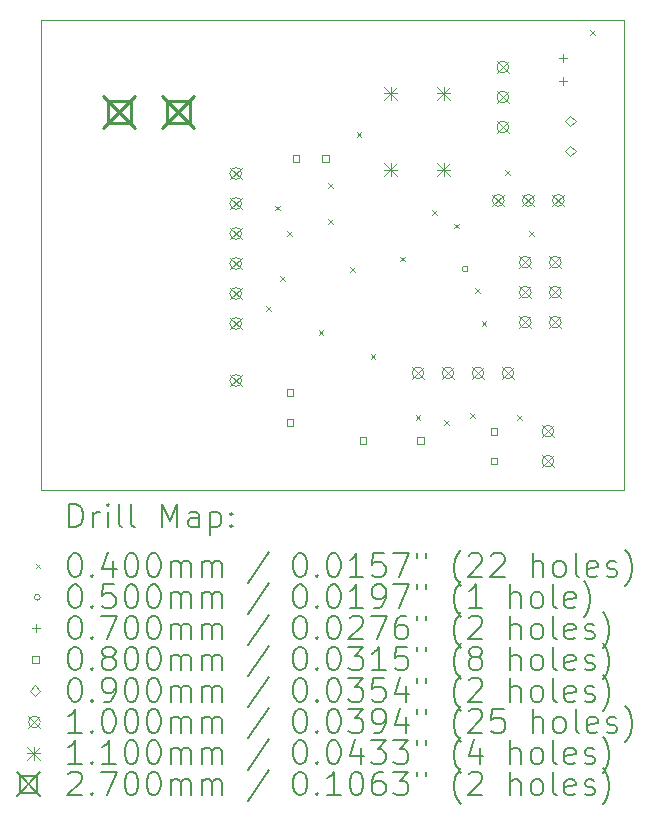
<source format=gbr>
%TF.GenerationSoftware,KiCad,Pcbnew,7.0.2*%
%TF.CreationDate,2023-09-01T19:34:45-07:00*%
%TF.ProjectId,mcu_singleside,6d63755f-7369-46e6-976c-65736964652e,rev?*%
%TF.SameCoordinates,Original*%
%TF.FileFunction,Drillmap*%
%TF.FilePolarity,Positive*%
%FSLAX45Y45*%
G04 Gerber Fmt 4.5, Leading zero omitted, Abs format (unit mm)*
G04 Created by KiCad (PCBNEW 7.0.2) date 2023-09-01 19:34:45*
%MOMM*%
%LPD*%
G01*
G04 APERTURE LIST*
%ADD10C,0.100000*%
%ADD11C,0.200000*%
%ADD12C,0.040000*%
%ADD13C,0.050000*%
%ADD14C,0.070000*%
%ADD15C,0.080000*%
%ADD16C,0.090000*%
%ADD17C,0.110000*%
%ADD18C,0.270000*%
G04 APERTURE END LIST*
D10*
X10147300Y-5435600D02*
X15087600Y-5435600D01*
X15087600Y-9409400D01*
X10147300Y-9409400D01*
X10147300Y-5435600D01*
D11*
D12*
X12057700Y-7854000D02*
X12097700Y-7894000D01*
X12097700Y-7854000D02*
X12057700Y-7894000D01*
X12133900Y-7003100D02*
X12173900Y-7043100D01*
X12173900Y-7003100D02*
X12133900Y-7043100D01*
X12172000Y-7600000D02*
X12212000Y-7640000D01*
X12212000Y-7600000D02*
X12172000Y-7640000D01*
X12235500Y-7219000D02*
X12275500Y-7259000D01*
X12275500Y-7219000D02*
X12235500Y-7259000D01*
X12500000Y-8060000D02*
X12540000Y-8100000D01*
X12540000Y-8060000D02*
X12500000Y-8100000D01*
X12578400Y-6812600D02*
X12618400Y-6852600D01*
X12618400Y-6812600D02*
X12578400Y-6852600D01*
X12578400Y-7117400D02*
X12618400Y-7157400D01*
X12618400Y-7117400D02*
X12578400Y-7157400D01*
X12768900Y-7523800D02*
X12808900Y-7563800D01*
X12808900Y-7523800D02*
X12768900Y-7563800D01*
X12820000Y-6380000D02*
X12860000Y-6420000D01*
X12860000Y-6380000D02*
X12820000Y-6420000D01*
X12940000Y-8260000D02*
X12980000Y-8300000D01*
X12980000Y-8260000D02*
X12940000Y-8300000D01*
X13188000Y-7434900D02*
X13228000Y-7474900D01*
X13228000Y-7434900D02*
X13188000Y-7474900D01*
X13320000Y-8780000D02*
X13360000Y-8820000D01*
X13360000Y-8780000D02*
X13320000Y-8820000D01*
X13460000Y-7040000D02*
X13500000Y-7080000D01*
X13500000Y-7040000D02*
X13460000Y-7080000D01*
X13560000Y-8820000D02*
X13600000Y-8860000D01*
X13600000Y-8820000D02*
X13560000Y-8860000D01*
X13645200Y-7155500D02*
X13685200Y-7195500D01*
X13685200Y-7155500D02*
X13645200Y-7195500D01*
X13780000Y-8760000D02*
X13820000Y-8800000D01*
X13820000Y-8760000D02*
X13780000Y-8800000D01*
X13823000Y-7701600D02*
X13863000Y-7741600D01*
X13863000Y-7701600D02*
X13823000Y-7741600D01*
X13880000Y-7980000D02*
X13920000Y-8020000D01*
X13920000Y-7980000D02*
X13880000Y-8020000D01*
X14080000Y-6700000D02*
X14120000Y-6740000D01*
X14120000Y-6700000D02*
X14080000Y-6740000D01*
X14180000Y-8780000D02*
X14220000Y-8820000D01*
X14220000Y-8780000D02*
X14180000Y-8820000D01*
X14280200Y-7219000D02*
X14320200Y-7259000D01*
X14320200Y-7219000D02*
X14280200Y-7259000D01*
X14800000Y-5520000D02*
X14840000Y-5560000D01*
X14840000Y-5520000D02*
X14800000Y-5560000D01*
D13*
X13765000Y-7540000D02*
G75*
G03*
X13765000Y-7540000I-25000J0D01*
G01*
D14*
X14566900Y-5720200D02*
X14566900Y-5790200D01*
X14531900Y-5755200D02*
X14601900Y-5755200D01*
X14566900Y-5910200D02*
X14566900Y-5980200D01*
X14531900Y-5945200D02*
X14601900Y-5945200D01*
D15*
X12283784Y-8615485D02*
X12283784Y-8558916D01*
X12227215Y-8558916D01*
X12227215Y-8615485D01*
X12283784Y-8615485D01*
X12283784Y-8865485D02*
X12283784Y-8808916D01*
X12227215Y-8808916D01*
X12227215Y-8865485D01*
X12283784Y-8865485D01*
X12336584Y-6632284D02*
X12336584Y-6575715D01*
X12280015Y-6575715D01*
X12280015Y-6632284D01*
X12336584Y-6632284D01*
X12586584Y-6632284D02*
X12586584Y-6575715D01*
X12530015Y-6575715D01*
X12530015Y-6632284D01*
X12586584Y-6632284D01*
X12902484Y-9017485D02*
X12902484Y-8960916D01*
X12845915Y-8960916D01*
X12845915Y-9017485D01*
X12902484Y-9017485D01*
X13390484Y-9017485D02*
X13390484Y-8960916D01*
X13333915Y-8960916D01*
X13333915Y-9017485D01*
X13390484Y-9017485D01*
X14011084Y-8943285D02*
X14011084Y-8886716D01*
X13954515Y-8886716D01*
X13954515Y-8943285D01*
X14011084Y-8943285D01*
X14011084Y-9193285D02*
X14011084Y-9136716D01*
X13954515Y-9136716D01*
X13954515Y-9193285D01*
X14011084Y-9193285D01*
D16*
X14630400Y-6331500D02*
X14675400Y-6286500D01*
X14630400Y-6241500D01*
X14585400Y-6286500D01*
X14630400Y-6331500D01*
X14630400Y-6585500D02*
X14675400Y-6540500D01*
X14630400Y-6495500D01*
X14585400Y-6540500D01*
X14630400Y-6585500D01*
D10*
X11748300Y-6681000D02*
X11848300Y-6781000D01*
X11848300Y-6681000D02*
X11748300Y-6781000D01*
X11848300Y-6731000D02*
G75*
G03*
X11848300Y-6731000I-50000J0D01*
G01*
X11748300Y-6935000D02*
X11848300Y-7035000D01*
X11848300Y-6935000D02*
X11748300Y-7035000D01*
X11848300Y-6985000D02*
G75*
G03*
X11848300Y-6985000I-50000J0D01*
G01*
X11748300Y-7189000D02*
X11848300Y-7289000D01*
X11848300Y-7189000D02*
X11748300Y-7289000D01*
X11848300Y-7239000D02*
G75*
G03*
X11848300Y-7239000I-50000J0D01*
G01*
X11748300Y-7443000D02*
X11848300Y-7543000D01*
X11848300Y-7443000D02*
X11748300Y-7543000D01*
X11848300Y-7493000D02*
G75*
G03*
X11848300Y-7493000I-50000J0D01*
G01*
X11748300Y-7697000D02*
X11848300Y-7797000D01*
X11848300Y-7697000D02*
X11748300Y-7797000D01*
X11848300Y-7747000D02*
G75*
G03*
X11848300Y-7747000I-50000J0D01*
G01*
X11748300Y-7951000D02*
X11848300Y-8051000D01*
X11848300Y-7951000D02*
X11748300Y-8051000D01*
X11848300Y-8001000D02*
G75*
G03*
X11848300Y-8001000I-50000J0D01*
G01*
X11748300Y-8433600D02*
X11848300Y-8533600D01*
X11848300Y-8433600D02*
X11748300Y-8533600D01*
X11848300Y-8483600D02*
G75*
G03*
X11848300Y-8483600I-50000J0D01*
G01*
X13290000Y-8370000D02*
X13390000Y-8470000D01*
X13390000Y-8370000D02*
X13290000Y-8470000D01*
X13390000Y-8420000D02*
G75*
G03*
X13390000Y-8420000I-50000J0D01*
G01*
X13544000Y-8370000D02*
X13644000Y-8470000D01*
X13644000Y-8370000D02*
X13544000Y-8470000D01*
X13644000Y-8420000D02*
G75*
G03*
X13644000Y-8420000I-50000J0D01*
G01*
X13798000Y-8370000D02*
X13898000Y-8470000D01*
X13898000Y-8370000D02*
X13798000Y-8470000D01*
X13898000Y-8420000D02*
G75*
G03*
X13898000Y-8420000I-50000J0D01*
G01*
X13970800Y-6909600D02*
X14070800Y-7009600D01*
X14070800Y-6909600D02*
X13970800Y-7009600D01*
X14070800Y-6959600D02*
G75*
G03*
X14070800Y-6959600I-50000J0D01*
G01*
X14008900Y-5779300D02*
X14108900Y-5879300D01*
X14108900Y-5779300D02*
X14008900Y-5879300D01*
X14108900Y-5829300D02*
G75*
G03*
X14108900Y-5829300I-50000J0D01*
G01*
X14008900Y-6033300D02*
X14108900Y-6133300D01*
X14108900Y-6033300D02*
X14008900Y-6133300D01*
X14108900Y-6083300D02*
G75*
G03*
X14108900Y-6083300I-50000J0D01*
G01*
X14008900Y-6287300D02*
X14108900Y-6387300D01*
X14108900Y-6287300D02*
X14008900Y-6387300D01*
X14108900Y-6337300D02*
G75*
G03*
X14108900Y-6337300I-50000J0D01*
G01*
X14052000Y-8370000D02*
X14152000Y-8470000D01*
X14152000Y-8370000D02*
X14052000Y-8470000D01*
X14152000Y-8420000D02*
G75*
G03*
X14152000Y-8420000I-50000J0D01*
G01*
X14198900Y-7431800D02*
X14298900Y-7531800D01*
X14298900Y-7431800D02*
X14198900Y-7531800D01*
X14298900Y-7481800D02*
G75*
G03*
X14298900Y-7481800I-50000J0D01*
G01*
X14198900Y-7685800D02*
X14298900Y-7785800D01*
X14298900Y-7685800D02*
X14198900Y-7785800D01*
X14298900Y-7735800D02*
G75*
G03*
X14298900Y-7735800I-50000J0D01*
G01*
X14198900Y-7939800D02*
X14298900Y-8039800D01*
X14298900Y-7939800D02*
X14198900Y-8039800D01*
X14298900Y-7989800D02*
G75*
G03*
X14298900Y-7989800I-50000J0D01*
G01*
X14224800Y-6909600D02*
X14324800Y-7009600D01*
X14324800Y-6909600D02*
X14224800Y-7009600D01*
X14324800Y-6959600D02*
G75*
G03*
X14324800Y-6959600I-50000J0D01*
G01*
X14390000Y-8862500D02*
X14490000Y-8962500D01*
X14490000Y-8862500D02*
X14390000Y-8962500D01*
X14490000Y-8912500D02*
G75*
G03*
X14490000Y-8912500I-50000J0D01*
G01*
X14390000Y-9116500D02*
X14490000Y-9216500D01*
X14490000Y-9116500D02*
X14390000Y-9216500D01*
X14490000Y-9166500D02*
G75*
G03*
X14490000Y-9166500I-50000J0D01*
G01*
X14452900Y-7431800D02*
X14552900Y-7531800D01*
X14552900Y-7431800D02*
X14452900Y-7531800D01*
X14552900Y-7481800D02*
G75*
G03*
X14552900Y-7481800I-50000J0D01*
G01*
X14452900Y-7685800D02*
X14552900Y-7785800D01*
X14552900Y-7685800D02*
X14452900Y-7785800D01*
X14552900Y-7735800D02*
G75*
G03*
X14552900Y-7735800I-50000J0D01*
G01*
X14452900Y-7939800D02*
X14552900Y-8039800D01*
X14552900Y-7939800D02*
X14452900Y-8039800D01*
X14552900Y-7989800D02*
G75*
G03*
X14552900Y-7989800I-50000J0D01*
G01*
X14478800Y-6909600D02*
X14578800Y-7009600D01*
X14578800Y-6909600D02*
X14478800Y-7009600D01*
X14578800Y-6959600D02*
G75*
G03*
X14578800Y-6959600I-50000J0D01*
G01*
D17*
X13055000Y-5995400D02*
X13165000Y-6105400D01*
X13165000Y-5995400D02*
X13055000Y-6105400D01*
X13110000Y-5995400D02*
X13110000Y-6105400D01*
X13055000Y-6050400D02*
X13165000Y-6050400D01*
X13055000Y-6645400D02*
X13165000Y-6755400D01*
X13165000Y-6645400D02*
X13055000Y-6755400D01*
X13110000Y-6645400D02*
X13110000Y-6755400D01*
X13055000Y-6700400D02*
X13165000Y-6700400D01*
X13505000Y-5995400D02*
X13615000Y-6105400D01*
X13615000Y-5995400D02*
X13505000Y-6105400D01*
X13560000Y-5995400D02*
X13560000Y-6105400D01*
X13505000Y-6050400D02*
X13615000Y-6050400D01*
X13505000Y-6645400D02*
X13615000Y-6755400D01*
X13615000Y-6645400D02*
X13505000Y-6755400D01*
X13560000Y-6645400D02*
X13560000Y-6755400D01*
X13505000Y-6700400D02*
X13615000Y-6700400D01*
D18*
X10676700Y-6075300D02*
X10946700Y-6345300D01*
X10946700Y-6075300D02*
X10676700Y-6345300D01*
X10907160Y-6305760D02*
X10907160Y-6114840D01*
X10716240Y-6114840D01*
X10716240Y-6305760D01*
X10907160Y-6305760D01*
X11176700Y-6075300D02*
X11446700Y-6345300D01*
X11446700Y-6075300D02*
X11176700Y-6345300D01*
X11407160Y-6305760D02*
X11407160Y-6114840D01*
X11216240Y-6114840D01*
X11216240Y-6305760D01*
X11407160Y-6305760D01*
D11*
X10389919Y-9726924D02*
X10389919Y-9526924D01*
X10389919Y-9526924D02*
X10437538Y-9526924D01*
X10437538Y-9526924D02*
X10466110Y-9536448D01*
X10466110Y-9536448D02*
X10485157Y-9555495D01*
X10485157Y-9555495D02*
X10494681Y-9574543D01*
X10494681Y-9574543D02*
X10504205Y-9612638D01*
X10504205Y-9612638D02*
X10504205Y-9641210D01*
X10504205Y-9641210D02*
X10494681Y-9679305D01*
X10494681Y-9679305D02*
X10485157Y-9698352D01*
X10485157Y-9698352D02*
X10466110Y-9717400D01*
X10466110Y-9717400D02*
X10437538Y-9726924D01*
X10437538Y-9726924D02*
X10389919Y-9726924D01*
X10589919Y-9726924D02*
X10589919Y-9593590D01*
X10589919Y-9631686D02*
X10599443Y-9612638D01*
X10599443Y-9612638D02*
X10608967Y-9603114D01*
X10608967Y-9603114D02*
X10628014Y-9593590D01*
X10628014Y-9593590D02*
X10647062Y-9593590D01*
X10713729Y-9726924D02*
X10713729Y-9593590D01*
X10713729Y-9526924D02*
X10704205Y-9536448D01*
X10704205Y-9536448D02*
X10713729Y-9545971D01*
X10713729Y-9545971D02*
X10723252Y-9536448D01*
X10723252Y-9536448D02*
X10713729Y-9526924D01*
X10713729Y-9526924D02*
X10713729Y-9545971D01*
X10837538Y-9726924D02*
X10818490Y-9717400D01*
X10818490Y-9717400D02*
X10808967Y-9698352D01*
X10808967Y-9698352D02*
X10808967Y-9526924D01*
X10942300Y-9726924D02*
X10923252Y-9717400D01*
X10923252Y-9717400D02*
X10913729Y-9698352D01*
X10913729Y-9698352D02*
X10913729Y-9526924D01*
X11170871Y-9726924D02*
X11170871Y-9526924D01*
X11170871Y-9526924D02*
X11237538Y-9669781D01*
X11237538Y-9669781D02*
X11304205Y-9526924D01*
X11304205Y-9526924D02*
X11304205Y-9726924D01*
X11485157Y-9726924D02*
X11485157Y-9622162D01*
X11485157Y-9622162D02*
X11475633Y-9603114D01*
X11475633Y-9603114D02*
X11456586Y-9593590D01*
X11456586Y-9593590D02*
X11418490Y-9593590D01*
X11418490Y-9593590D02*
X11399443Y-9603114D01*
X11485157Y-9717400D02*
X11466109Y-9726924D01*
X11466109Y-9726924D02*
X11418490Y-9726924D01*
X11418490Y-9726924D02*
X11399443Y-9717400D01*
X11399443Y-9717400D02*
X11389919Y-9698352D01*
X11389919Y-9698352D02*
X11389919Y-9679305D01*
X11389919Y-9679305D02*
X11399443Y-9660257D01*
X11399443Y-9660257D02*
X11418490Y-9650733D01*
X11418490Y-9650733D02*
X11466109Y-9650733D01*
X11466109Y-9650733D02*
X11485157Y-9641210D01*
X11580395Y-9593590D02*
X11580395Y-9793590D01*
X11580395Y-9603114D02*
X11599443Y-9593590D01*
X11599443Y-9593590D02*
X11637538Y-9593590D01*
X11637538Y-9593590D02*
X11656586Y-9603114D01*
X11656586Y-9603114D02*
X11666109Y-9612638D01*
X11666109Y-9612638D02*
X11675633Y-9631686D01*
X11675633Y-9631686D02*
X11675633Y-9688829D01*
X11675633Y-9688829D02*
X11666109Y-9707876D01*
X11666109Y-9707876D02*
X11656586Y-9717400D01*
X11656586Y-9717400D02*
X11637538Y-9726924D01*
X11637538Y-9726924D02*
X11599443Y-9726924D01*
X11599443Y-9726924D02*
X11580395Y-9717400D01*
X11761348Y-9707876D02*
X11770871Y-9717400D01*
X11770871Y-9717400D02*
X11761348Y-9726924D01*
X11761348Y-9726924D02*
X11751824Y-9717400D01*
X11751824Y-9717400D02*
X11761348Y-9707876D01*
X11761348Y-9707876D02*
X11761348Y-9726924D01*
X11761348Y-9603114D02*
X11770871Y-9612638D01*
X11770871Y-9612638D02*
X11761348Y-9622162D01*
X11761348Y-9622162D02*
X11751824Y-9612638D01*
X11751824Y-9612638D02*
X11761348Y-9603114D01*
X11761348Y-9603114D02*
X11761348Y-9622162D01*
D12*
X10102300Y-10034400D02*
X10142300Y-10074400D01*
X10142300Y-10034400D02*
X10102300Y-10074400D01*
D11*
X10428014Y-9946924D02*
X10447062Y-9946924D01*
X10447062Y-9946924D02*
X10466110Y-9956448D01*
X10466110Y-9956448D02*
X10475633Y-9965971D01*
X10475633Y-9965971D02*
X10485157Y-9985019D01*
X10485157Y-9985019D02*
X10494681Y-10023114D01*
X10494681Y-10023114D02*
X10494681Y-10070733D01*
X10494681Y-10070733D02*
X10485157Y-10108829D01*
X10485157Y-10108829D02*
X10475633Y-10127876D01*
X10475633Y-10127876D02*
X10466110Y-10137400D01*
X10466110Y-10137400D02*
X10447062Y-10146924D01*
X10447062Y-10146924D02*
X10428014Y-10146924D01*
X10428014Y-10146924D02*
X10408967Y-10137400D01*
X10408967Y-10137400D02*
X10399443Y-10127876D01*
X10399443Y-10127876D02*
X10389919Y-10108829D01*
X10389919Y-10108829D02*
X10380395Y-10070733D01*
X10380395Y-10070733D02*
X10380395Y-10023114D01*
X10380395Y-10023114D02*
X10389919Y-9985019D01*
X10389919Y-9985019D02*
X10399443Y-9965971D01*
X10399443Y-9965971D02*
X10408967Y-9956448D01*
X10408967Y-9956448D02*
X10428014Y-9946924D01*
X10580395Y-10127876D02*
X10589919Y-10137400D01*
X10589919Y-10137400D02*
X10580395Y-10146924D01*
X10580395Y-10146924D02*
X10570871Y-10137400D01*
X10570871Y-10137400D02*
X10580395Y-10127876D01*
X10580395Y-10127876D02*
X10580395Y-10146924D01*
X10761348Y-10013590D02*
X10761348Y-10146924D01*
X10713729Y-9937400D02*
X10666110Y-10080257D01*
X10666110Y-10080257D02*
X10789919Y-10080257D01*
X10904205Y-9946924D02*
X10923252Y-9946924D01*
X10923252Y-9946924D02*
X10942300Y-9956448D01*
X10942300Y-9956448D02*
X10951824Y-9965971D01*
X10951824Y-9965971D02*
X10961348Y-9985019D01*
X10961348Y-9985019D02*
X10970871Y-10023114D01*
X10970871Y-10023114D02*
X10970871Y-10070733D01*
X10970871Y-10070733D02*
X10961348Y-10108829D01*
X10961348Y-10108829D02*
X10951824Y-10127876D01*
X10951824Y-10127876D02*
X10942300Y-10137400D01*
X10942300Y-10137400D02*
X10923252Y-10146924D01*
X10923252Y-10146924D02*
X10904205Y-10146924D01*
X10904205Y-10146924D02*
X10885157Y-10137400D01*
X10885157Y-10137400D02*
X10875633Y-10127876D01*
X10875633Y-10127876D02*
X10866110Y-10108829D01*
X10866110Y-10108829D02*
X10856586Y-10070733D01*
X10856586Y-10070733D02*
X10856586Y-10023114D01*
X10856586Y-10023114D02*
X10866110Y-9985019D01*
X10866110Y-9985019D02*
X10875633Y-9965971D01*
X10875633Y-9965971D02*
X10885157Y-9956448D01*
X10885157Y-9956448D02*
X10904205Y-9946924D01*
X11094681Y-9946924D02*
X11113729Y-9946924D01*
X11113729Y-9946924D02*
X11132776Y-9956448D01*
X11132776Y-9956448D02*
X11142300Y-9965971D01*
X11142300Y-9965971D02*
X11151824Y-9985019D01*
X11151824Y-9985019D02*
X11161348Y-10023114D01*
X11161348Y-10023114D02*
X11161348Y-10070733D01*
X11161348Y-10070733D02*
X11151824Y-10108829D01*
X11151824Y-10108829D02*
X11142300Y-10127876D01*
X11142300Y-10127876D02*
X11132776Y-10137400D01*
X11132776Y-10137400D02*
X11113729Y-10146924D01*
X11113729Y-10146924D02*
X11094681Y-10146924D01*
X11094681Y-10146924D02*
X11075633Y-10137400D01*
X11075633Y-10137400D02*
X11066110Y-10127876D01*
X11066110Y-10127876D02*
X11056586Y-10108829D01*
X11056586Y-10108829D02*
X11047062Y-10070733D01*
X11047062Y-10070733D02*
X11047062Y-10023114D01*
X11047062Y-10023114D02*
X11056586Y-9985019D01*
X11056586Y-9985019D02*
X11066110Y-9965971D01*
X11066110Y-9965971D02*
X11075633Y-9956448D01*
X11075633Y-9956448D02*
X11094681Y-9946924D01*
X11247062Y-10146924D02*
X11247062Y-10013590D01*
X11247062Y-10032638D02*
X11256586Y-10023114D01*
X11256586Y-10023114D02*
X11275633Y-10013590D01*
X11275633Y-10013590D02*
X11304205Y-10013590D01*
X11304205Y-10013590D02*
X11323252Y-10023114D01*
X11323252Y-10023114D02*
X11332776Y-10042162D01*
X11332776Y-10042162D02*
X11332776Y-10146924D01*
X11332776Y-10042162D02*
X11342300Y-10023114D01*
X11342300Y-10023114D02*
X11361348Y-10013590D01*
X11361348Y-10013590D02*
X11389919Y-10013590D01*
X11389919Y-10013590D02*
X11408967Y-10023114D01*
X11408967Y-10023114D02*
X11418490Y-10042162D01*
X11418490Y-10042162D02*
X11418490Y-10146924D01*
X11513729Y-10146924D02*
X11513729Y-10013590D01*
X11513729Y-10032638D02*
X11523252Y-10023114D01*
X11523252Y-10023114D02*
X11542300Y-10013590D01*
X11542300Y-10013590D02*
X11570871Y-10013590D01*
X11570871Y-10013590D02*
X11589919Y-10023114D01*
X11589919Y-10023114D02*
X11599443Y-10042162D01*
X11599443Y-10042162D02*
X11599443Y-10146924D01*
X11599443Y-10042162D02*
X11608967Y-10023114D01*
X11608967Y-10023114D02*
X11628014Y-10013590D01*
X11628014Y-10013590D02*
X11656586Y-10013590D01*
X11656586Y-10013590D02*
X11675633Y-10023114D01*
X11675633Y-10023114D02*
X11685157Y-10042162D01*
X11685157Y-10042162D02*
X11685157Y-10146924D01*
X12075633Y-9937400D02*
X11904205Y-10194543D01*
X12332776Y-9946924D02*
X12351824Y-9946924D01*
X12351824Y-9946924D02*
X12370872Y-9956448D01*
X12370872Y-9956448D02*
X12380395Y-9965971D01*
X12380395Y-9965971D02*
X12389919Y-9985019D01*
X12389919Y-9985019D02*
X12399443Y-10023114D01*
X12399443Y-10023114D02*
X12399443Y-10070733D01*
X12399443Y-10070733D02*
X12389919Y-10108829D01*
X12389919Y-10108829D02*
X12380395Y-10127876D01*
X12380395Y-10127876D02*
X12370872Y-10137400D01*
X12370872Y-10137400D02*
X12351824Y-10146924D01*
X12351824Y-10146924D02*
X12332776Y-10146924D01*
X12332776Y-10146924D02*
X12313729Y-10137400D01*
X12313729Y-10137400D02*
X12304205Y-10127876D01*
X12304205Y-10127876D02*
X12294681Y-10108829D01*
X12294681Y-10108829D02*
X12285157Y-10070733D01*
X12285157Y-10070733D02*
X12285157Y-10023114D01*
X12285157Y-10023114D02*
X12294681Y-9985019D01*
X12294681Y-9985019D02*
X12304205Y-9965971D01*
X12304205Y-9965971D02*
X12313729Y-9956448D01*
X12313729Y-9956448D02*
X12332776Y-9946924D01*
X12485157Y-10127876D02*
X12494681Y-10137400D01*
X12494681Y-10137400D02*
X12485157Y-10146924D01*
X12485157Y-10146924D02*
X12475633Y-10137400D01*
X12475633Y-10137400D02*
X12485157Y-10127876D01*
X12485157Y-10127876D02*
X12485157Y-10146924D01*
X12618491Y-9946924D02*
X12637538Y-9946924D01*
X12637538Y-9946924D02*
X12656586Y-9956448D01*
X12656586Y-9956448D02*
X12666110Y-9965971D01*
X12666110Y-9965971D02*
X12675633Y-9985019D01*
X12675633Y-9985019D02*
X12685157Y-10023114D01*
X12685157Y-10023114D02*
X12685157Y-10070733D01*
X12685157Y-10070733D02*
X12675633Y-10108829D01*
X12675633Y-10108829D02*
X12666110Y-10127876D01*
X12666110Y-10127876D02*
X12656586Y-10137400D01*
X12656586Y-10137400D02*
X12637538Y-10146924D01*
X12637538Y-10146924D02*
X12618491Y-10146924D01*
X12618491Y-10146924D02*
X12599443Y-10137400D01*
X12599443Y-10137400D02*
X12589919Y-10127876D01*
X12589919Y-10127876D02*
X12580395Y-10108829D01*
X12580395Y-10108829D02*
X12570872Y-10070733D01*
X12570872Y-10070733D02*
X12570872Y-10023114D01*
X12570872Y-10023114D02*
X12580395Y-9985019D01*
X12580395Y-9985019D02*
X12589919Y-9965971D01*
X12589919Y-9965971D02*
X12599443Y-9956448D01*
X12599443Y-9956448D02*
X12618491Y-9946924D01*
X12875633Y-10146924D02*
X12761348Y-10146924D01*
X12818491Y-10146924D02*
X12818491Y-9946924D01*
X12818491Y-9946924D02*
X12799443Y-9975495D01*
X12799443Y-9975495D02*
X12780395Y-9994543D01*
X12780395Y-9994543D02*
X12761348Y-10004067D01*
X13056586Y-9946924D02*
X12961348Y-9946924D01*
X12961348Y-9946924D02*
X12951824Y-10042162D01*
X12951824Y-10042162D02*
X12961348Y-10032638D01*
X12961348Y-10032638D02*
X12980395Y-10023114D01*
X12980395Y-10023114D02*
X13028014Y-10023114D01*
X13028014Y-10023114D02*
X13047062Y-10032638D01*
X13047062Y-10032638D02*
X13056586Y-10042162D01*
X13056586Y-10042162D02*
X13066110Y-10061210D01*
X13066110Y-10061210D02*
X13066110Y-10108829D01*
X13066110Y-10108829D02*
X13056586Y-10127876D01*
X13056586Y-10127876D02*
X13047062Y-10137400D01*
X13047062Y-10137400D02*
X13028014Y-10146924D01*
X13028014Y-10146924D02*
X12980395Y-10146924D01*
X12980395Y-10146924D02*
X12961348Y-10137400D01*
X12961348Y-10137400D02*
X12951824Y-10127876D01*
X13132776Y-9946924D02*
X13266110Y-9946924D01*
X13266110Y-9946924D02*
X13180395Y-10146924D01*
X13332776Y-9946924D02*
X13332776Y-9985019D01*
X13408967Y-9946924D02*
X13408967Y-9985019D01*
X13704205Y-10223114D02*
X13694681Y-10213590D01*
X13694681Y-10213590D02*
X13675634Y-10185019D01*
X13675634Y-10185019D02*
X13666110Y-10165971D01*
X13666110Y-10165971D02*
X13656586Y-10137400D01*
X13656586Y-10137400D02*
X13647062Y-10089781D01*
X13647062Y-10089781D02*
X13647062Y-10051686D01*
X13647062Y-10051686D02*
X13656586Y-10004067D01*
X13656586Y-10004067D02*
X13666110Y-9975495D01*
X13666110Y-9975495D02*
X13675634Y-9956448D01*
X13675634Y-9956448D02*
X13694681Y-9927876D01*
X13694681Y-9927876D02*
X13704205Y-9918352D01*
X13770872Y-9965971D02*
X13780395Y-9956448D01*
X13780395Y-9956448D02*
X13799443Y-9946924D01*
X13799443Y-9946924D02*
X13847062Y-9946924D01*
X13847062Y-9946924D02*
X13866110Y-9956448D01*
X13866110Y-9956448D02*
X13875634Y-9965971D01*
X13875634Y-9965971D02*
X13885157Y-9985019D01*
X13885157Y-9985019D02*
X13885157Y-10004067D01*
X13885157Y-10004067D02*
X13875634Y-10032638D01*
X13875634Y-10032638D02*
X13761348Y-10146924D01*
X13761348Y-10146924D02*
X13885157Y-10146924D01*
X13961348Y-9965971D02*
X13970872Y-9956448D01*
X13970872Y-9956448D02*
X13989919Y-9946924D01*
X13989919Y-9946924D02*
X14037538Y-9946924D01*
X14037538Y-9946924D02*
X14056586Y-9956448D01*
X14056586Y-9956448D02*
X14066110Y-9965971D01*
X14066110Y-9965971D02*
X14075634Y-9985019D01*
X14075634Y-9985019D02*
X14075634Y-10004067D01*
X14075634Y-10004067D02*
X14066110Y-10032638D01*
X14066110Y-10032638D02*
X13951824Y-10146924D01*
X13951824Y-10146924D02*
X14075634Y-10146924D01*
X14313729Y-10146924D02*
X14313729Y-9946924D01*
X14399443Y-10146924D02*
X14399443Y-10042162D01*
X14399443Y-10042162D02*
X14389919Y-10023114D01*
X14389919Y-10023114D02*
X14370872Y-10013590D01*
X14370872Y-10013590D02*
X14342300Y-10013590D01*
X14342300Y-10013590D02*
X14323253Y-10023114D01*
X14323253Y-10023114D02*
X14313729Y-10032638D01*
X14523253Y-10146924D02*
X14504205Y-10137400D01*
X14504205Y-10137400D02*
X14494681Y-10127876D01*
X14494681Y-10127876D02*
X14485157Y-10108829D01*
X14485157Y-10108829D02*
X14485157Y-10051686D01*
X14485157Y-10051686D02*
X14494681Y-10032638D01*
X14494681Y-10032638D02*
X14504205Y-10023114D01*
X14504205Y-10023114D02*
X14523253Y-10013590D01*
X14523253Y-10013590D02*
X14551824Y-10013590D01*
X14551824Y-10013590D02*
X14570872Y-10023114D01*
X14570872Y-10023114D02*
X14580396Y-10032638D01*
X14580396Y-10032638D02*
X14589919Y-10051686D01*
X14589919Y-10051686D02*
X14589919Y-10108829D01*
X14589919Y-10108829D02*
X14580396Y-10127876D01*
X14580396Y-10127876D02*
X14570872Y-10137400D01*
X14570872Y-10137400D02*
X14551824Y-10146924D01*
X14551824Y-10146924D02*
X14523253Y-10146924D01*
X14704205Y-10146924D02*
X14685157Y-10137400D01*
X14685157Y-10137400D02*
X14675634Y-10118352D01*
X14675634Y-10118352D02*
X14675634Y-9946924D01*
X14856586Y-10137400D02*
X14837538Y-10146924D01*
X14837538Y-10146924D02*
X14799443Y-10146924D01*
X14799443Y-10146924D02*
X14780396Y-10137400D01*
X14780396Y-10137400D02*
X14770872Y-10118352D01*
X14770872Y-10118352D02*
X14770872Y-10042162D01*
X14770872Y-10042162D02*
X14780396Y-10023114D01*
X14780396Y-10023114D02*
X14799443Y-10013590D01*
X14799443Y-10013590D02*
X14837538Y-10013590D01*
X14837538Y-10013590D02*
X14856586Y-10023114D01*
X14856586Y-10023114D02*
X14866110Y-10042162D01*
X14866110Y-10042162D02*
X14866110Y-10061210D01*
X14866110Y-10061210D02*
X14770872Y-10080257D01*
X14942300Y-10137400D02*
X14961348Y-10146924D01*
X14961348Y-10146924D02*
X14999443Y-10146924D01*
X14999443Y-10146924D02*
X15018491Y-10137400D01*
X15018491Y-10137400D02*
X15028015Y-10118352D01*
X15028015Y-10118352D02*
X15028015Y-10108829D01*
X15028015Y-10108829D02*
X15018491Y-10089781D01*
X15018491Y-10089781D02*
X14999443Y-10080257D01*
X14999443Y-10080257D02*
X14970872Y-10080257D01*
X14970872Y-10080257D02*
X14951824Y-10070733D01*
X14951824Y-10070733D02*
X14942300Y-10051686D01*
X14942300Y-10051686D02*
X14942300Y-10042162D01*
X14942300Y-10042162D02*
X14951824Y-10023114D01*
X14951824Y-10023114D02*
X14970872Y-10013590D01*
X14970872Y-10013590D02*
X14999443Y-10013590D01*
X14999443Y-10013590D02*
X15018491Y-10023114D01*
X15094681Y-10223114D02*
X15104205Y-10213590D01*
X15104205Y-10213590D02*
X15123253Y-10185019D01*
X15123253Y-10185019D02*
X15132777Y-10165971D01*
X15132777Y-10165971D02*
X15142300Y-10137400D01*
X15142300Y-10137400D02*
X15151824Y-10089781D01*
X15151824Y-10089781D02*
X15151824Y-10051686D01*
X15151824Y-10051686D02*
X15142300Y-10004067D01*
X15142300Y-10004067D02*
X15132777Y-9975495D01*
X15132777Y-9975495D02*
X15123253Y-9956448D01*
X15123253Y-9956448D02*
X15104205Y-9927876D01*
X15104205Y-9927876D02*
X15094681Y-9918352D01*
D13*
X10142300Y-10318400D02*
G75*
G03*
X10142300Y-10318400I-25000J0D01*
G01*
D11*
X10428014Y-10210924D02*
X10447062Y-10210924D01*
X10447062Y-10210924D02*
X10466110Y-10220448D01*
X10466110Y-10220448D02*
X10475633Y-10229971D01*
X10475633Y-10229971D02*
X10485157Y-10249019D01*
X10485157Y-10249019D02*
X10494681Y-10287114D01*
X10494681Y-10287114D02*
X10494681Y-10334733D01*
X10494681Y-10334733D02*
X10485157Y-10372829D01*
X10485157Y-10372829D02*
X10475633Y-10391876D01*
X10475633Y-10391876D02*
X10466110Y-10401400D01*
X10466110Y-10401400D02*
X10447062Y-10410924D01*
X10447062Y-10410924D02*
X10428014Y-10410924D01*
X10428014Y-10410924D02*
X10408967Y-10401400D01*
X10408967Y-10401400D02*
X10399443Y-10391876D01*
X10399443Y-10391876D02*
X10389919Y-10372829D01*
X10389919Y-10372829D02*
X10380395Y-10334733D01*
X10380395Y-10334733D02*
X10380395Y-10287114D01*
X10380395Y-10287114D02*
X10389919Y-10249019D01*
X10389919Y-10249019D02*
X10399443Y-10229971D01*
X10399443Y-10229971D02*
X10408967Y-10220448D01*
X10408967Y-10220448D02*
X10428014Y-10210924D01*
X10580395Y-10391876D02*
X10589919Y-10401400D01*
X10589919Y-10401400D02*
X10580395Y-10410924D01*
X10580395Y-10410924D02*
X10570871Y-10401400D01*
X10570871Y-10401400D02*
X10580395Y-10391876D01*
X10580395Y-10391876D02*
X10580395Y-10410924D01*
X10770871Y-10210924D02*
X10675633Y-10210924D01*
X10675633Y-10210924D02*
X10666110Y-10306162D01*
X10666110Y-10306162D02*
X10675633Y-10296638D01*
X10675633Y-10296638D02*
X10694681Y-10287114D01*
X10694681Y-10287114D02*
X10742300Y-10287114D01*
X10742300Y-10287114D02*
X10761348Y-10296638D01*
X10761348Y-10296638D02*
X10770871Y-10306162D01*
X10770871Y-10306162D02*
X10780395Y-10325210D01*
X10780395Y-10325210D02*
X10780395Y-10372829D01*
X10780395Y-10372829D02*
X10770871Y-10391876D01*
X10770871Y-10391876D02*
X10761348Y-10401400D01*
X10761348Y-10401400D02*
X10742300Y-10410924D01*
X10742300Y-10410924D02*
X10694681Y-10410924D01*
X10694681Y-10410924D02*
X10675633Y-10401400D01*
X10675633Y-10401400D02*
X10666110Y-10391876D01*
X10904205Y-10210924D02*
X10923252Y-10210924D01*
X10923252Y-10210924D02*
X10942300Y-10220448D01*
X10942300Y-10220448D02*
X10951824Y-10229971D01*
X10951824Y-10229971D02*
X10961348Y-10249019D01*
X10961348Y-10249019D02*
X10970871Y-10287114D01*
X10970871Y-10287114D02*
X10970871Y-10334733D01*
X10970871Y-10334733D02*
X10961348Y-10372829D01*
X10961348Y-10372829D02*
X10951824Y-10391876D01*
X10951824Y-10391876D02*
X10942300Y-10401400D01*
X10942300Y-10401400D02*
X10923252Y-10410924D01*
X10923252Y-10410924D02*
X10904205Y-10410924D01*
X10904205Y-10410924D02*
X10885157Y-10401400D01*
X10885157Y-10401400D02*
X10875633Y-10391876D01*
X10875633Y-10391876D02*
X10866110Y-10372829D01*
X10866110Y-10372829D02*
X10856586Y-10334733D01*
X10856586Y-10334733D02*
X10856586Y-10287114D01*
X10856586Y-10287114D02*
X10866110Y-10249019D01*
X10866110Y-10249019D02*
X10875633Y-10229971D01*
X10875633Y-10229971D02*
X10885157Y-10220448D01*
X10885157Y-10220448D02*
X10904205Y-10210924D01*
X11094681Y-10210924D02*
X11113729Y-10210924D01*
X11113729Y-10210924D02*
X11132776Y-10220448D01*
X11132776Y-10220448D02*
X11142300Y-10229971D01*
X11142300Y-10229971D02*
X11151824Y-10249019D01*
X11151824Y-10249019D02*
X11161348Y-10287114D01*
X11161348Y-10287114D02*
X11161348Y-10334733D01*
X11161348Y-10334733D02*
X11151824Y-10372829D01*
X11151824Y-10372829D02*
X11142300Y-10391876D01*
X11142300Y-10391876D02*
X11132776Y-10401400D01*
X11132776Y-10401400D02*
X11113729Y-10410924D01*
X11113729Y-10410924D02*
X11094681Y-10410924D01*
X11094681Y-10410924D02*
X11075633Y-10401400D01*
X11075633Y-10401400D02*
X11066110Y-10391876D01*
X11066110Y-10391876D02*
X11056586Y-10372829D01*
X11056586Y-10372829D02*
X11047062Y-10334733D01*
X11047062Y-10334733D02*
X11047062Y-10287114D01*
X11047062Y-10287114D02*
X11056586Y-10249019D01*
X11056586Y-10249019D02*
X11066110Y-10229971D01*
X11066110Y-10229971D02*
X11075633Y-10220448D01*
X11075633Y-10220448D02*
X11094681Y-10210924D01*
X11247062Y-10410924D02*
X11247062Y-10277590D01*
X11247062Y-10296638D02*
X11256586Y-10287114D01*
X11256586Y-10287114D02*
X11275633Y-10277590D01*
X11275633Y-10277590D02*
X11304205Y-10277590D01*
X11304205Y-10277590D02*
X11323252Y-10287114D01*
X11323252Y-10287114D02*
X11332776Y-10306162D01*
X11332776Y-10306162D02*
X11332776Y-10410924D01*
X11332776Y-10306162D02*
X11342300Y-10287114D01*
X11342300Y-10287114D02*
X11361348Y-10277590D01*
X11361348Y-10277590D02*
X11389919Y-10277590D01*
X11389919Y-10277590D02*
X11408967Y-10287114D01*
X11408967Y-10287114D02*
X11418490Y-10306162D01*
X11418490Y-10306162D02*
X11418490Y-10410924D01*
X11513729Y-10410924D02*
X11513729Y-10277590D01*
X11513729Y-10296638D02*
X11523252Y-10287114D01*
X11523252Y-10287114D02*
X11542300Y-10277590D01*
X11542300Y-10277590D02*
X11570871Y-10277590D01*
X11570871Y-10277590D02*
X11589919Y-10287114D01*
X11589919Y-10287114D02*
X11599443Y-10306162D01*
X11599443Y-10306162D02*
X11599443Y-10410924D01*
X11599443Y-10306162D02*
X11608967Y-10287114D01*
X11608967Y-10287114D02*
X11628014Y-10277590D01*
X11628014Y-10277590D02*
X11656586Y-10277590D01*
X11656586Y-10277590D02*
X11675633Y-10287114D01*
X11675633Y-10287114D02*
X11685157Y-10306162D01*
X11685157Y-10306162D02*
X11685157Y-10410924D01*
X12075633Y-10201400D02*
X11904205Y-10458543D01*
X12332776Y-10210924D02*
X12351824Y-10210924D01*
X12351824Y-10210924D02*
X12370872Y-10220448D01*
X12370872Y-10220448D02*
X12380395Y-10229971D01*
X12380395Y-10229971D02*
X12389919Y-10249019D01*
X12389919Y-10249019D02*
X12399443Y-10287114D01*
X12399443Y-10287114D02*
X12399443Y-10334733D01*
X12399443Y-10334733D02*
X12389919Y-10372829D01*
X12389919Y-10372829D02*
X12380395Y-10391876D01*
X12380395Y-10391876D02*
X12370872Y-10401400D01*
X12370872Y-10401400D02*
X12351824Y-10410924D01*
X12351824Y-10410924D02*
X12332776Y-10410924D01*
X12332776Y-10410924D02*
X12313729Y-10401400D01*
X12313729Y-10401400D02*
X12304205Y-10391876D01*
X12304205Y-10391876D02*
X12294681Y-10372829D01*
X12294681Y-10372829D02*
X12285157Y-10334733D01*
X12285157Y-10334733D02*
X12285157Y-10287114D01*
X12285157Y-10287114D02*
X12294681Y-10249019D01*
X12294681Y-10249019D02*
X12304205Y-10229971D01*
X12304205Y-10229971D02*
X12313729Y-10220448D01*
X12313729Y-10220448D02*
X12332776Y-10210924D01*
X12485157Y-10391876D02*
X12494681Y-10401400D01*
X12494681Y-10401400D02*
X12485157Y-10410924D01*
X12485157Y-10410924D02*
X12475633Y-10401400D01*
X12475633Y-10401400D02*
X12485157Y-10391876D01*
X12485157Y-10391876D02*
X12485157Y-10410924D01*
X12618491Y-10210924D02*
X12637538Y-10210924D01*
X12637538Y-10210924D02*
X12656586Y-10220448D01*
X12656586Y-10220448D02*
X12666110Y-10229971D01*
X12666110Y-10229971D02*
X12675633Y-10249019D01*
X12675633Y-10249019D02*
X12685157Y-10287114D01*
X12685157Y-10287114D02*
X12685157Y-10334733D01*
X12685157Y-10334733D02*
X12675633Y-10372829D01*
X12675633Y-10372829D02*
X12666110Y-10391876D01*
X12666110Y-10391876D02*
X12656586Y-10401400D01*
X12656586Y-10401400D02*
X12637538Y-10410924D01*
X12637538Y-10410924D02*
X12618491Y-10410924D01*
X12618491Y-10410924D02*
X12599443Y-10401400D01*
X12599443Y-10401400D02*
X12589919Y-10391876D01*
X12589919Y-10391876D02*
X12580395Y-10372829D01*
X12580395Y-10372829D02*
X12570872Y-10334733D01*
X12570872Y-10334733D02*
X12570872Y-10287114D01*
X12570872Y-10287114D02*
X12580395Y-10249019D01*
X12580395Y-10249019D02*
X12589919Y-10229971D01*
X12589919Y-10229971D02*
X12599443Y-10220448D01*
X12599443Y-10220448D02*
X12618491Y-10210924D01*
X12875633Y-10410924D02*
X12761348Y-10410924D01*
X12818491Y-10410924D02*
X12818491Y-10210924D01*
X12818491Y-10210924D02*
X12799443Y-10239495D01*
X12799443Y-10239495D02*
X12780395Y-10258543D01*
X12780395Y-10258543D02*
X12761348Y-10268067D01*
X12970872Y-10410924D02*
X13008967Y-10410924D01*
X13008967Y-10410924D02*
X13028014Y-10401400D01*
X13028014Y-10401400D02*
X13037538Y-10391876D01*
X13037538Y-10391876D02*
X13056586Y-10363305D01*
X13056586Y-10363305D02*
X13066110Y-10325210D01*
X13066110Y-10325210D02*
X13066110Y-10249019D01*
X13066110Y-10249019D02*
X13056586Y-10229971D01*
X13056586Y-10229971D02*
X13047062Y-10220448D01*
X13047062Y-10220448D02*
X13028014Y-10210924D01*
X13028014Y-10210924D02*
X12989919Y-10210924D01*
X12989919Y-10210924D02*
X12970872Y-10220448D01*
X12970872Y-10220448D02*
X12961348Y-10229971D01*
X12961348Y-10229971D02*
X12951824Y-10249019D01*
X12951824Y-10249019D02*
X12951824Y-10296638D01*
X12951824Y-10296638D02*
X12961348Y-10315686D01*
X12961348Y-10315686D02*
X12970872Y-10325210D01*
X12970872Y-10325210D02*
X12989919Y-10334733D01*
X12989919Y-10334733D02*
X13028014Y-10334733D01*
X13028014Y-10334733D02*
X13047062Y-10325210D01*
X13047062Y-10325210D02*
X13056586Y-10315686D01*
X13056586Y-10315686D02*
X13066110Y-10296638D01*
X13132776Y-10210924D02*
X13266110Y-10210924D01*
X13266110Y-10210924D02*
X13180395Y-10410924D01*
X13332776Y-10210924D02*
X13332776Y-10249019D01*
X13408967Y-10210924D02*
X13408967Y-10249019D01*
X13704205Y-10487114D02*
X13694681Y-10477590D01*
X13694681Y-10477590D02*
X13675634Y-10449019D01*
X13675634Y-10449019D02*
X13666110Y-10429971D01*
X13666110Y-10429971D02*
X13656586Y-10401400D01*
X13656586Y-10401400D02*
X13647062Y-10353781D01*
X13647062Y-10353781D02*
X13647062Y-10315686D01*
X13647062Y-10315686D02*
X13656586Y-10268067D01*
X13656586Y-10268067D02*
X13666110Y-10239495D01*
X13666110Y-10239495D02*
X13675634Y-10220448D01*
X13675634Y-10220448D02*
X13694681Y-10191876D01*
X13694681Y-10191876D02*
X13704205Y-10182352D01*
X13885157Y-10410924D02*
X13770872Y-10410924D01*
X13828014Y-10410924D02*
X13828014Y-10210924D01*
X13828014Y-10210924D02*
X13808967Y-10239495D01*
X13808967Y-10239495D02*
X13789919Y-10258543D01*
X13789919Y-10258543D02*
X13770872Y-10268067D01*
X14123253Y-10410924D02*
X14123253Y-10210924D01*
X14208967Y-10410924D02*
X14208967Y-10306162D01*
X14208967Y-10306162D02*
X14199443Y-10287114D01*
X14199443Y-10287114D02*
X14180396Y-10277590D01*
X14180396Y-10277590D02*
X14151824Y-10277590D01*
X14151824Y-10277590D02*
X14132776Y-10287114D01*
X14132776Y-10287114D02*
X14123253Y-10296638D01*
X14332776Y-10410924D02*
X14313729Y-10401400D01*
X14313729Y-10401400D02*
X14304205Y-10391876D01*
X14304205Y-10391876D02*
X14294681Y-10372829D01*
X14294681Y-10372829D02*
X14294681Y-10315686D01*
X14294681Y-10315686D02*
X14304205Y-10296638D01*
X14304205Y-10296638D02*
X14313729Y-10287114D01*
X14313729Y-10287114D02*
X14332776Y-10277590D01*
X14332776Y-10277590D02*
X14361348Y-10277590D01*
X14361348Y-10277590D02*
X14380396Y-10287114D01*
X14380396Y-10287114D02*
X14389919Y-10296638D01*
X14389919Y-10296638D02*
X14399443Y-10315686D01*
X14399443Y-10315686D02*
X14399443Y-10372829D01*
X14399443Y-10372829D02*
X14389919Y-10391876D01*
X14389919Y-10391876D02*
X14380396Y-10401400D01*
X14380396Y-10401400D02*
X14361348Y-10410924D01*
X14361348Y-10410924D02*
X14332776Y-10410924D01*
X14513729Y-10410924D02*
X14494681Y-10401400D01*
X14494681Y-10401400D02*
X14485157Y-10382352D01*
X14485157Y-10382352D02*
X14485157Y-10210924D01*
X14666110Y-10401400D02*
X14647062Y-10410924D01*
X14647062Y-10410924D02*
X14608967Y-10410924D01*
X14608967Y-10410924D02*
X14589919Y-10401400D01*
X14589919Y-10401400D02*
X14580396Y-10382352D01*
X14580396Y-10382352D02*
X14580396Y-10306162D01*
X14580396Y-10306162D02*
X14589919Y-10287114D01*
X14589919Y-10287114D02*
X14608967Y-10277590D01*
X14608967Y-10277590D02*
X14647062Y-10277590D01*
X14647062Y-10277590D02*
X14666110Y-10287114D01*
X14666110Y-10287114D02*
X14675634Y-10306162D01*
X14675634Y-10306162D02*
X14675634Y-10325210D01*
X14675634Y-10325210D02*
X14580396Y-10344257D01*
X14742300Y-10487114D02*
X14751824Y-10477590D01*
X14751824Y-10477590D02*
X14770872Y-10449019D01*
X14770872Y-10449019D02*
X14780396Y-10429971D01*
X14780396Y-10429971D02*
X14789919Y-10401400D01*
X14789919Y-10401400D02*
X14799443Y-10353781D01*
X14799443Y-10353781D02*
X14799443Y-10315686D01*
X14799443Y-10315686D02*
X14789919Y-10268067D01*
X14789919Y-10268067D02*
X14780396Y-10239495D01*
X14780396Y-10239495D02*
X14770872Y-10220448D01*
X14770872Y-10220448D02*
X14751824Y-10191876D01*
X14751824Y-10191876D02*
X14742300Y-10182352D01*
D14*
X10107300Y-10547400D02*
X10107300Y-10617400D01*
X10072300Y-10582400D02*
X10142300Y-10582400D01*
D11*
X10428014Y-10474924D02*
X10447062Y-10474924D01*
X10447062Y-10474924D02*
X10466110Y-10484448D01*
X10466110Y-10484448D02*
X10475633Y-10493971D01*
X10475633Y-10493971D02*
X10485157Y-10513019D01*
X10485157Y-10513019D02*
X10494681Y-10551114D01*
X10494681Y-10551114D02*
X10494681Y-10598733D01*
X10494681Y-10598733D02*
X10485157Y-10636829D01*
X10485157Y-10636829D02*
X10475633Y-10655876D01*
X10475633Y-10655876D02*
X10466110Y-10665400D01*
X10466110Y-10665400D02*
X10447062Y-10674924D01*
X10447062Y-10674924D02*
X10428014Y-10674924D01*
X10428014Y-10674924D02*
X10408967Y-10665400D01*
X10408967Y-10665400D02*
X10399443Y-10655876D01*
X10399443Y-10655876D02*
X10389919Y-10636829D01*
X10389919Y-10636829D02*
X10380395Y-10598733D01*
X10380395Y-10598733D02*
X10380395Y-10551114D01*
X10380395Y-10551114D02*
X10389919Y-10513019D01*
X10389919Y-10513019D02*
X10399443Y-10493971D01*
X10399443Y-10493971D02*
X10408967Y-10484448D01*
X10408967Y-10484448D02*
X10428014Y-10474924D01*
X10580395Y-10655876D02*
X10589919Y-10665400D01*
X10589919Y-10665400D02*
X10580395Y-10674924D01*
X10580395Y-10674924D02*
X10570871Y-10665400D01*
X10570871Y-10665400D02*
X10580395Y-10655876D01*
X10580395Y-10655876D02*
X10580395Y-10674924D01*
X10656586Y-10474924D02*
X10789919Y-10474924D01*
X10789919Y-10474924D02*
X10704205Y-10674924D01*
X10904205Y-10474924D02*
X10923252Y-10474924D01*
X10923252Y-10474924D02*
X10942300Y-10484448D01*
X10942300Y-10484448D02*
X10951824Y-10493971D01*
X10951824Y-10493971D02*
X10961348Y-10513019D01*
X10961348Y-10513019D02*
X10970871Y-10551114D01*
X10970871Y-10551114D02*
X10970871Y-10598733D01*
X10970871Y-10598733D02*
X10961348Y-10636829D01*
X10961348Y-10636829D02*
X10951824Y-10655876D01*
X10951824Y-10655876D02*
X10942300Y-10665400D01*
X10942300Y-10665400D02*
X10923252Y-10674924D01*
X10923252Y-10674924D02*
X10904205Y-10674924D01*
X10904205Y-10674924D02*
X10885157Y-10665400D01*
X10885157Y-10665400D02*
X10875633Y-10655876D01*
X10875633Y-10655876D02*
X10866110Y-10636829D01*
X10866110Y-10636829D02*
X10856586Y-10598733D01*
X10856586Y-10598733D02*
X10856586Y-10551114D01*
X10856586Y-10551114D02*
X10866110Y-10513019D01*
X10866110Y-10513019D02*
X10875633Y-10493971D01*
X10875633Y-10493971D02*
X10885157Y-10484448D01*
X10885157Y-10484448D02*
X10904205Y-10474924D01*
X11094681Y-10474924D02*
X11113729Y-10474924D01*
X11113729Y-10474924D02*
X11132776Y-10484448D01*
X11132776Y-10484448D02*
X11142300Y-10493971D01*
X11142300Y-10493971D02*
X11151824Y-10513019D01*
X11151824Y-10513019D02*
X11161348Y-10551114D01*
X11161348Y-10551114D02*
X11161348Y-10598733D01*
X11161348Y-10598733D02*
X11151824Y-10636829D01*
X11151824Y-10636829D02*
X11142300Y-10655876D01*
X11142300Y-10655876D02*
X11132776Y-10665400D01*
X11132776Y-10665400D02*
X11113729Y-10674924D01*
X11113729Y-10674924D02*
X11094681Y-10674924D01*
X11094681Y-10674924D02*
X11075633Y-10665400D01*
X11075633Y-10665400D02*
X11066110Y-10655876D01*
X11066110Y-10655876D02*
X11056586Y-10636829D01*
X11056586Y-10636829D02*
X11047062Y-10598733D01*
X11047062Y-10598733D02*
X11047062Y-10551114D01*
X11047062Y-10551114D02*
X11056586Y-10513019D01*
X11056586Y-10513019D02*
X11066110Y-10493971D01*
X11066110Y-10493971D02*
X11075633Y-10484448D01*
X11075633Y-10484448D02*
X11094681Y-10474924D01*
X11247062Y-10674924D02*
X11247062Y-10541590D01*
X11247062Y-10560638D02*
X11256586Y-10551114D01*
X11256586Y-10551114D02*
X11275633Y-10541590D01*
X11275633Y-10541590D02*
X11304205Y-10541590D01*
X11304205Y-10541590D02*
X11323252Y-10551114D01*
X11323252Y-10551114D02*
X11332776Y-10570162D01*
X11332776Y-10570162D02*
X11332776Y-10674924D01*
X11332776Y-10570162D02*
X11342300Y-10551114D01*
X11342300Y-10551114D02*
X11361348Y-10541590D01*
X11361348Y-10541590D02*
X11389919Y-10541590D01*
X11389919Y-10541590D02*
X11408967Y-10551114D01*
X11408967Y-10551114D02*
X11418490Y-10570162D01*
X11418490Y-10570162D02*
X11418490Y-10674924D01*
X11513729Y-10674924D02*
X11513729Y-10541590D01*
X11513729Y-10560638D02*
X11523252Y-10551114D01*
X11523252Y-10551114D02*
X11542300Y-10541590D01*
X11542300Y-10541590D02*
X11570871Y-10541590D01*
X11570871Y-10541590D02*
X11589919Y-10551114D01*
X11589919Y-10551114D02*
X11599443Y-10570162D01*
X11599443Y-10570162D02*
X11599443Y-10674924D01*
X11599443Y-10570162D02*
X11608967Y-10551114D01*
X11608967Y-10551114D02*
X11628014Y-10541590D01*
X11628014Y-10541590D02*
X11656586Y-10541590D01*
X11656586Y-10541590D02*
X11675633Y-10551114D01*
X11675633Y-10551114D02*
X11685157Y-10570162D01*
X11685157Y-10570162D02*
X11685157Y-10674924D01*
X12075633Y-10465400D02*
X11904205Y-10722543D01*
X12332776Y-10474924D02*
X12351824Y-10474924D01*
X12351824Y-10474924D02*
X12370872Y-10484448D01*
X12370872Y-10484448D02*
X12380395Y-10493971D01*
X12380395Y-10493971D02*
X12389919Y-10513019D01*
X12389919Y-10513019D02*
X12399443Y-10551114D01*
X12399443Y-10551114D02*
X12399443Y-10598733D01*
X12399443Y-10598733D02*
X12389919Y-10636829D01*
X12389919Y-10636829D02*
X12380395Y-10655876D01*
X12380395Y-10655876D02*
X12370872Y-10665400D01*
X12370872Y-10665400D02*
X12351824Y-10674924D01*
X12351824Y-10674924D02*
X12332776Y-10674924D01*
X12332776Y-10674924D02*
X12313729Y-10665400D01*
X12313729Y-10665400D02*
X12304205Y-10655876D01*
X12304205Y-10655876D02*
X12294681Y-10636829D01*
X12294681Y-10636829D02*
X12285157Y-10598733D01*
X12285157Y-10598733D02*
X12285157Y-10551114D01*
X12285157Y-10551114D02*
X12294681Y-10513019D01*
X12294681Y-10513019D02*
X12304205Y-10493971D01*
X12304205Y-10493971D02*
X12313729Y-10484448D01*
X12313729Y-10484448D02*
X12332776Y-10474924D01*
X12485157Y-10655876D02*
X12494681Y-10665400D01*
X12494681Y-10665400D02*
X12485157Y-10674924D01*
X12485157Y-10674924D02*
X12475633Y-10665400D01*
X12475633Y-10665400D02*
X12485157Y-10655876D01*
X12485157Y-10655876D02*
X12485157Y-10674924D01*
X12618491Y-10474924D02*
X12637538Y-10474924D01*
X12637538Y-10474924D02*
X12656586Y-10484448D01*
X12656586Y-10484448D02*
X12666110Y-10493971D01*
X12666110Y-10493971D02*
X12675633Y-10513019D01*
X12675633Y-10513019D02*
X12685157Y-10551114D01*
X12685157Y-10551114D02*
X12685157Y-10598733D01*
X12685157Y-10598733D02*
X12675633Y-10636829D01*
X12675633Y-10636829D02*
X12666110Y-10655876D01*
X12666110Y-10655876D02*
X12656586Y-10665400D01*
X12656586Y-10665400D02*
X12637538Y-10674924D01*
X12637538Y-10674924D02*
X12618491Y-10674924D01*
X12618491Y-10674924D02*
X12599443Y-10665400D01*
X12599443Y-10665400D02*
X12589919Y-10655876D01*
X12589919Y-10655876D02*
X12580395Y-10636829D01*
X12580395Y-10636829D02*
X12570872Y-10598733D01*
X12570872Y-10598733D02*
X12570872Y-10551114D01*
X12570872Y-10551114D02*
X12580395Y-10513019D01*
X12580395Y-10513019D02*
X12589919Y-10493971D01*
X12589919Y-10493971D02*
X12599443Y-10484448D01*
X12599443Y-10484448D02*
X12618491Y-10474924D01*
X12761348Y-10493971D02*
X12770872Y-10484448D01*
X12770872Y-10484448D02*
X12789919Y-10474924D01*
X12789919Y-10474924D02*
X12837538Y-10474924D01*
X12837538Y-10474924D02*
X12856586Y-10484448D01*
X12856586Y-10484448D02*
X12866110Y-10493971D01*
X12866110Y-10493971D02*
X12875633Y-10513019D01*
X12875633Y-10513019D02*
X12875633Y-10532067D01*
X12875633Y-10532067D02*
X12866110Y-10560638D01*
X12866110Y-10560638D02*
X12751824Y-10674924D01*
X12751824Y-10674924D02*
X12875633Y-10674924D01*
X12942300Y-10474924D02*
X13075633Y-10474924D01*
X13075633Y-10474924D02*
X12989919Y-10674924D01*
X13237538Y-10474924D02*
X13199443Y-10474924D01*
X13199443Y-10474924D02*
X13180395Y-10484448D01*
X13180395Y-10484448D02*
X13170872Y-10493971D01*
X13170872Y-10493971D02*
X13151824Y-10522543D01*
X13151824Y-10522543D02*
X13142300Y-10560638D01*
X13142300Y-10560638D02*
X13142300Y-10636829D01*
X13142300Y-10636829D02*
X13151824Y-10655876D01*
X13151824Y-10655876D02*
X13161348Y-10665400D01*
X13161348Y-10665400D02*
X13180395Y-10674924D01*
X13180395Y-10674924D02*
X13218491Y-10674924D01*
X13218491Y-10674924D02*
X13237538Y-10665400D01*
X13237538Y-10665400D02*
X13247062Y-10655876D01*
X13247062Y-10655876D02*
X13256586Y-10636829D01*
X13256586Y-10636829D02*
X13256586Y-10589210D01*
X13256586Y-10589210D02*
X13247062Y-10570162D01*
X13247062Y-10570162D02*
X13237538Y-10560638D01*
X13237538Y-10560638D02*
X13218491Y-10551114D01*
X13218491Y-10551114D02*
X13180395Y-10551114D01*
X13180395Y-10551114D02*
X13161348Y-10560638D01*
X13161348Y-10560638D02*
X13151824Y-10570162D01*
X13151824Y-10570162D02*
X13142300Y-10589210D01*
X13332776Y-10474924D02*
X13332776Y-10513019D01*
X13408967Y-10474924D02*
X13408967Y-10513019D01*
X13704205Y-10751114D02*
X13694681Y-10741590D01*
X13694681Y-10741590D02*
X13675634Y-10713019D01*
X13675634Y-10713019D02*
X13666110Y-10693971D01*
X13666110Y-10693971D02*
X13656586Y-10665400D01*
X13656586Y-10665400D02*
X13647062Y-10617781D01*
X13647062Y-10617781D02*
X13647062Y-10579686D01*
X13647062Y-10579686D02*
X13656586Y-10532067D01*
X13656586Y-10532067D02*
X13666110Y-10503495D01*
X13666110Y-10503495D02*
X13675634Y-10484448D01*
X13675634Y-10484448D02*
X13694681Y-10455876D01*
X13694681Y-10455876D02*
X13704205Y-10446352D01*
X13770872Y-10493971D02*
X13780395Y-10484448D01*
X13780395Y-10484448D02*
X13799443Y-10474924D01*
X13799443Y-10474924D02*
X13847062Y-10474924D01*
X13847062Y-10474924D02*
X13866110Y-10484448D01*
X13866110Y-10484448D02*
X13875634Y-10493971D01*
X13875634Y-10493971D02*
X13885157Y-10513019D01*
X13885157Y-10513019D02*
X13885157Y-10532067D01*
X13885157Y-10532067D02*
X13875634Y-10560638D01*
X13875634Y-10560638D02*
X13761348Y-10674924D01*
X13761348Y-10674924D02*
X13885157Y-10674924D01*
X14123253Y-10674924D02*
X14123253Y-10474924D01*
X14208967Y-10674924D02*
X14208967Y-10570162D01*
X14208967Y-10570162D02*
X14199443Y-10551114D01*
X14199443Y-10551114D02*
X14180396Y-10541590D01*
X14180396Y-10541590D02*
X14151824Y-10541590D01*
X14151824Y-10541590D02*
X14132776Y-10551114D01*
X14132776Y-10551114D02*
X14123253Y-10560638D01*
X14332776Y-10674924D02*
X14313729Y-10665400D01*
X14313729Y-10665400D02*
X14304205Y-10655876D01*
X14304205Y-10655876D02*
X14294681Y-10636829D01*
X14294681Y-10636829D02*
X14294681Y-10579686D01*
X14294681Y-10579686D02*
X14304205Y-10560638D01*
X14304205Y-10560638D02*
X14313729Y-10551114D01*
X14313729Y-10551114D02*
X14332776Y-10541590D01*
X14332776Y-10541590D02*
X14361348Y-10541590D01*
X14361348Y-10541590D02*
X14380396Y-10551114D01*
X14380396Y-10551114D02*
X14389919Y-10560638D01*
X14389919Y-10560638D02*
X14399443Y-10579686D01*
X14399443Y-10579686D02*
X14399443Y-10636829D01*
X14399443Y-10636829D02*
X14389919Y-10655876D01*
X14389919Y-10655876D02*
X14380396Y-10665400D01*
X14380396Y-10665400D02*
X14361348Y-10674924D01*
X14361348Y-10674924D02*
X14332776Y-10674924D01*
X14513729Y-10674924D02*
X14494681Y-10665400D01*
X14494681Y-10665400D02*
X14485157Y-10646352D01*
X14485157Y-10646352D02*
X14485157Y-10474924D01*
X14666110Y-10665400D02*
X14647062Y-10674924D01*
X14647062Y-10674924D02*
X14608967Y-10674924D01*
X14608967Y-10674924D02*
X14589919Y-10665400D01*
X14589919Y-10665400D02*
X14580396Y-10646352D01*
X14580396Y-10646352D02*
X14580396Y-10570162D01*
X14580396Y-10570162D02*
X14589919Y-10551114D01*
X14589919Y-10551114D02*
X14608967Y-10541590D01*
X14608967Y-10541590D02*
X14647062Y-10541590D01*
X14647062Y-10541590D02*
X14666110Y-10551114D01*
X14666110Y-10551114D02*
X14675634Y-10570162D01*
X14675634Y-10570162D02*
X14675634Y-10589210D01*
X14675634Y-10589210D02*
X14580396Y-10608257D01*
X14751824Y-10665400D02*
X14770872Y-10674924D01*
X14770872Y-10674924D02*
X14808967Y-10674924D01*
X14808967Y-10674924D02*
X14828015Y-10665400D01*
X14828015Y-10665400D02*
X14837538Y-10646352D01*
X14837538Y-10646352D02*
X14837538Y-10636829D01*
X14837538Y-10636829D02*
X14828015Y-10617781D01*
X14828015Y-10617781D02*
X14808967Y-10608257D01*
X14808967Y-10608257D02*
X14780396Y-10608257D01*
X14780396Y-10608257D02*
X14761348Y-10598733D01*
X14761348Y-10598733D02*
X14751824Y-10579686D01*
X14751824Y-10579686D02*
X14751824Y-10570162D01*
X14751824Y-10570162D02*
X14761348Y-10551114D01*
X14761348Y-10551114D02*
X14780396Y-10541590D01*
X14780396Y-10541590D02*
X14808967Y-10541590D01*
X14808967Y-10541590D02*
X14828015Y-10551114D01*
X14904205Y-10751114D02*
X14913729Y-10741590D01*
X14913729Y-10741590D02*
X14932777Y-10713019D01*
X14932777Y-10713019D02*
X14942300Y-10693971D01*
X14942300Y-10693971D02*
X14951824Y-10665400D01*
X14951824Y-10665400D02*
X14961348Y-10617781D01*
X14961348Y-10617781D02*
X14961348Y-10579686D01*
X14961348Y-10579686D02*
X14951824Y-10532067D01*
X14951824Y-10532067D02*
X14942300Y-10503495D01*
X14942300Y-10503495D02*
X14932777Y-10484448D01*
X14932777Y-10484448D02*
X14913729Y-10455876D01*
X14913729Y-10455876D02*
X14904205Y-10446352D01*
D15*
X10130585Y-10874685D02*
X10130585Y-10818116D01*
X10074016Y-10818116D01*
X10074016Y-10874685D01*
X10130585Y-10874685D01*
D11*
X10428014Y-10738924D02*
X10447062Y-10738924D01*
X10447062Y-10738924D02*
X10466110Y-10748448D01*
X10466110Y-10748448D02*
X10475633Y-10757971D01*
X10475633Y-10757971D02*
X10485157Y-10777019D01*
X10485157Y-10777019D02*
X10494681Y-10815114D01*
X10494681Y-10815114D02*
X10494681Y-10862733D01*
X10494681Y-10862733D02*
X10485157Y-10900829D01*
X10485157Y-10900829D02*
X10475633Y-10919876D01*
X10475633Y-10919876D02*
X10466110Y-10929400D01*
X10466110Y-10929400D02*
X10447062Y-10938924D01*
X10447062Y-10938924D02*
X10428014Y-10938924D01*
X10428014Y-10938924D02*
X10408967Y-10929400D01*
X10408967Y-10929400D02*
X10399443Y-10919876D01*
X10399443Y-10919876D02*
X10389919Y-10900829D01*
X10389919Y-10900829D02*
X10380395Y-10862733D01*
X10380395Y-10862733D02*
X10380395Y-10815114D01*
X10380395Y-10815114D02*
X10389919Y-10777019D01*
X10389919Y-10777019D02*
X10399443Y-10757971D01*
X10399443Y-10757971D02*
X10408967Y-10748448D01*
X10408967Y-10748448D02*
X10428014Y-10738924D01*
X10580395Y-10919876D02*
X10589919Y-10929400D01*
X10589919Y-10929400D02*
X10580395Y-10938924D01*
X10580395Y-10938924D02*
X10570871Y-10929400D01*
X10570871Y-10929400D02*
X10580395Y-10919876D01*
X10580395Y-10919876D02*
X10580395Y-10938924D01*
X10704205Y-10824638D02*
X10685157Y-10815114D01*
X10685157Y-10815114D02*
X10675633Y-10805590D01*
X10675633Y-10805590D02*
X10666110Y-10786543D01*
X10666110Y-10786543D02*
X10666110Y-10777019D01*
X10666110Y-10777019D02*
X10675633Y-10757971D01*
X10675633Y-10757971D02*
X10685157Y-10748448D01*
X10685157Y-10748448D02*
X10704205Y-10738924D01*
X10704205Y-10738924D02*
X10742300Y-10738924D01*
X10742300Y-10738924D02*
X10761348Y-10748448D01*
X10761348Y-10748448D02*
X10770871Y-10757971D01*
X10770871Y-10757971D02*
X10780395Y-10777019D01*
X10780395Y-10777019D02*
X10780395Y-10786543D01*
X10780395Y-10786543D02*
X10770871Y-10805590D01*
X10770871Y-10805590D02*
X10761348Y-10815114D01*
X10761348Y-10815114D02*
X10742300Y-10824638D01*
X10742300Y-10824638D02*
X10704205Y-10824638D01*
X10704205Y-10824638D02*
X10685157Y-10834162D01*
X10685157Y-10834162D02*
X10675633Y-10843686D01*
X10675633Y-10843686D02*
X10666110Y-10862733D01*
X10666110Y-10862733D02*
X10666110Y-10900829D01*
X10666110Y-10900829D02*
X10675633Y-10919876D01*
X10675633Y-10919876D02*
X10685157Y-10929400D01*
X10685157Y-10929400D02*
X10704205Y-10938924D01*
X10704205Y-10938924D02*
X10742300Y-10938924D01*
X10742300Y-10938924D02*
X10761348Y-10929400D01*
X10761348Y-10929400D02*
X10770871Y-10919876D01*
X10770871Y-10919876D02*
X10780395Y-10900829D01*
X10780395Y-10900829D02*
X10780395Y-10862733D01*
X10780395Y-10862733D02*
X10770871Y-10843686D01*
X10770871Y-10843686D02*
X10761348Y-10834162D01*
X10761348Y-10834162D02*
X10742300Y-10824638D01*
X10904205Y-10738924D02*
X10923252Y-10738924D01*
X10923252Y-10738924D02*
X10942300Y-10748448D01*
X10942300Y-10748448D02*
X10951824Y-10757971D01*
X10951824Y-10757971D02*
X10961348Y-10777019D01*
X10961348Y-10777019D02*
X10970871Y-10815114D01*
X10970871Y-10815114D02*
X10970871Y-10862733D01*
X10970871Y-10862733D02*
X10961348Y-10900829D01*
X10961348Y-10900829D02*
X10951824Y-10919876D01*
X10951824Y-10919876D02*
X10942300Y-10929400D01*
X10942300Y-10929400D02*
X10923252Y-10938924D01*
X10923252Y-10938924D02*
X10904205Y-10938924D01*
X10904205Y-10938924D02*
X10885157Y-10929400D01*
X10885157Y-10929400D02*
X10875633Y-10919876D01*
X10875633Y-10919876D02*
X10866110Y-10900829D01*
X10866110Y-10900829D02*
X10856586Y-10862733D01*
X10856586Y-10862733D02*
X10856586Y-10815114D01*
X10856586Y-10815114D02*
X10866110Y-10777019D01*
X10866110Y-10777019D02*
X10875633Y-10757971D01*
X10875633Y-10757971D02*
X10885157Y-10748448D01*
X10885157Y-10748448D02*
X10904205Y-10738924D01*
X11094681Y-10738924D02*
X11113729Y-10738924D01*
X11113729Y-10738924D02*
X11132776Y-10748448D01*
X11132776Y-10748448D02*
X11142300Y-10757971D01*
X11142300Y-10757971D02*
X11151824Y-10777019D01*
X11151824Y-10777019D02*
X11161348Y-10815114D01*
X11161348Y-10815114D02*
X11161348Y-10862733D01*
X11161348Y-10862733D02*
X11151824Y-10900829D01*
X11151824Y-10900829D02*
X11142300Y-10919876D01*
X11142300Y-10919876D02*
X11132776Y-10929400D01*
X11132776Y-10929400D02*
X11113729Y-10938924D01*
X11113729Y-10938924D02*
X11094681Y-10938924D01*
X11094681Y-10938924D02*
X11075633Y-10929400D01*
X11075633Y-10929400D02*
X11066110Y-10919876D01*
X11066110Y-10919876D02*
X11056586Y-10900829D01*
X11056586Y-10900829D02*
X11047062Y-10862733D01*
X11047062Y-10862733D02*
X11047062Y-10815114D01*
X11047062Y-10815114D02*
X11056586Y-10777019D01*
X11056586Y-10777019D02*
X11066110Y-10757971D01*
X11066110Y-10757971D02*
X11075633Y-10748448D01*
X11075633Y-10748448D02*
X11094681Y-10738924D01*
X11247062Y-10938924D02*
X11247062Y-10805590D01*
X11247062Y-10824638D02*
X11256586Y-10815114D01*
X11256586Y-10815114D02*
X11275633Y-10805590D01*
X11275633Y-10805590D02*
X11304205Y-10805590D01*
X11304205Y-10805590D02*
X11323252Y-10815114D01*
X11323252Y-10815114D02*
X11332776Y-10834162D01*
X11332776Y-10834162D02*
X11332776Y-10938924D01*
X11332776Y-10834162D02*
X11342300Y-10815114D01*
X11342300Y-10815114D02*
X11361348Y-10805590D01*
X11361348Y-10805590D02*
X11389919Y-10805590D01*
X11389919Y-10805590D02*
X11408967Y-10815114D01*
X11408967Y-10815114D02*
X11418490Y-10834162D01*
X11418490Y-10834162D02*
X11418490Y-10938924D01*
X11513729Y-10938924D02*
X11513729Y-10805590D01*
X11513729Y-10824638D02*
X11523252Y-10815114D01*
X11523252Y-10815114D02*
X11542300Y-10805590D01*
X11542300Y-10805590D02*
X11570871Y-10805590D01*
X11570871Y-10805590D02*
X11589919Y-10815114D01*
X11589919Y-10815114D02*
X11599443Y-10834162D01*
X11599443Y-10834162D02*
X11599443Y-10938924D01*
X11599443Y-10834162D02*
X11608967Y-10815114D01*
X11608967Y-10815114D02*
X11628014Y-10805590D01*
X11628014Y-10805590D02*
X11656586Y-10805590D01*
X11656586Y-10805590D02*
X11675633Y-10815114D01*
X11675633Y-10815114D02*
X11685157Y-10834162D01*
X11685157Y-10834162D02*
X11685157Y-10938924D01*
X12075633Y-10729400D02*
X11904205Y-10986543D01*
X12332776Y-10738924D02*
X12351824Y-10738924D01*
X12351824Y-10738924D02*
X12370872Y-10748448D01*
X12370872Y-10748448D02*
X12380395Y-10757971D01*
X12380395Y-10757971D02*
X12389919Y-10777019D01*
X12389919Y-10777019D02*
X12399443Y-10815114D01*
X12399443Y-10815114D02*
X12399443Y-10862733D01*
X12399443Y-10862733D02*
X12389919Y-10900829D01*
X12389919Y-10900829D02*
X12380395Y-10919876D01*
X12380395Y-10919876D02*
X12370872Y-10929400D01*
X12370872Y-10929400D02*
X12351824Y-10938924D01*
X12351824Y-10938924D02*
X12332776Y-10938924D01*
X12332776Y-10938924D02*
X12313729Y-10929400D01*
X12313729Y-10929400D02*
X12304205Y-10919876D01*
X12304205Y-10919876D02*
X12294681Y-10900829D01*
X12294681Y-10900829D02*
X12285157Y-10862733D01*
X12285157Y-10862733D02*
X12285157Y-10815114D01*
X12285157Y-10815114D02*
X12294681Y-10777019D01*
X12294681Y-10777019D02*
X12304205Y-10757971D01*
X12304205Y-10757971D02*
X12313729Y-10748448D01*
X12313729Y-10748448D02*
X12332776Y-10738924D01*
X12485157Y-10919876D02*
X12494681Y-10929400D01*
X12494681Y-10929400D02*
X12485157Y-10938924D01*
X12485157Y-10938924D02*
X12475633Y-10929400D01*
X12475633Y-10929400D02*
X12485157Y-10919876D01*
X12485157Y-10919876D02*
X12485157Y-10938924D01*
X12618491Y-10738924D02*
X12637538Y-10738924D01*
X12637538Y-10738924D02*
X12656586Y-10748448D01*
X12656586Y-10748448D02*
X12666110Y-10757971D01*
X12666110Y-10757971D02*
X12675633Y-10777019D01*
X12675633Y-10777019D02*
X12685157Y-10815114D01*
X12685157Y-10815114D02*
X12685157Y-10862733D01*
X12685157Y-10862733D02*
X12675633Y-10900829D01*
X12675633Y-10900829D02*
X12666110Y-10919876D01*
X12666110Y-10919876D02*
X12656586Y-10929400D01*
X12656586Y-10929400D02*
X12637538Y-10938924D01*
X12637538Y-10938924D02*
X12618491Y-10938924D01*
X12618491Y-10938924D02*
X12599443Y-10929400D01*
X12599443Y-10929400D02*
X12589919Y-10919876D01*
X12589919Y-10919876D02*
X12580395Y-10900829D01*
X12580395Y-10900829D02*
X12570872Y-10862733D01*
X12570872Y-10862733D02*
X12570872Y-10815114D01*
X12570872Y-10815114D02*
X12580395Y-10777019D01*
X12580395Y-10777019D02*
X12589919Y-10757971D01*
X12589919Y-10757971D02*
X12599443Y-10748448D01*
X12599443Y-10748448D02*
X12618491Y-10738924D01*
X12751824Y-10738924D02*
X12875633Y-10738924D01*
X12875633Y-10738924D02*
X12808967Y-10815114D01*
X12808967Y-10815114D02*
X12837538Y-10815114D01*
X12837538Y-10815114D02*
X12856586Y-10824638D01*
X12856586Y-10824638D02*
X12866110Y-10834162D01*
X12866110Y-10834162D02*
X12875633Y-10853210D01*
X12875633Y-10853210D02*
X12875633Y-10900829D01*
X12875633Y-10900829D02*
X12866110Y-10919876D01*
X12866110Y-10919876D02*
X12856586Y-10929400D01*
X12856586Y-10929400D02*
X12837538Y-10938924D01*
X12837538Y-10938924D02*
X12780395Y-10938924D01*
X12780395Y-10938924D02*
X12761348Y-10929400D01*
X12761348Y-10929400D02*
X12751824Y-10919876D01*
X13066110Y-10938924D02*
X12951824Y-10938924D01*
X13008967Y-10938924D02*
X13008967Y-10738924D01*
X13008967Y-10738924D02*
X12989919Y-10767495D01*
X12989919Y-10767495D02*
X12970872Y-10786543D01*
X12970872Y-10786543D02*
X12951824Y-10796067D01*
X13247062Y-10738924D02*
X13151824Y-10738924D01*
X13151824Y-10738924D02*
X13142300Y-10834162D01*
X13142300Y-10834162D02*
X13151824Y-10824638D01*
X13151824Y-10824638D02*
X13170872Y-10815114D01*
X13170872Y-10815114D02*
X13218491Y-10815114D01*
X13218491Y-10815114D02*
X13237538Y-10824638D01*
X13237538Y-10824638D02*
X13247062Y-10834162D01*
X13247062Y-10834162D02*
X13256586Y-10853210D01*
X13256586Y-10853210D02*
X13256586Y-10900829D01*
X13256586Y-10900829D02*
X13247062Y-10919876D01*
X13247062Y-10919876D02*
X13237538Y-10929400D01*
X13237538Y-10929400D02*
X13218491Y-10938924D01*
X13218491Y-10938924D02*
X13170872Y-10938924D01*
X13170872Y-10938924D02*
X13151824Y-10929400D01*
X13151824Y-10929400D02*
X13142300Y-10919876D01*
X13332776Y-10738924D02*
X13332776Y-10777019D01*
X13408967Y-10738924D02*
X13408967Y-10777019D01*
X13704205Y-11015114D02*
X13694681Y-11005590D01*
X13694681Y-11005590D02*
X13675634Y-10977019D01*
X13675634Y-10977019D02*
X13666110Y-10957971D01*
X13666110Y-10957971D02*
X13656586Y-10929400D01*
X13656586Y-10929400D02*
X13647062Y-10881781D01*
X13647062Y-10881781D02*
X13647062Y-10843686D01*
X13647062Y-10843686D02*
X13656586Y-10796067D01*
X13656586Y-10796067D02*
X13666110Y-10767495D01*
X13666110Y-10767495D02*
X13675634Y-10748448D01*
X13675634Y-10748448D02*
X13694681Y-10719876D01*
X13694681Y-10719876D02*
X13704205Y-10710352D01*
X13808967Y-10824638D02*
X13789919Y-10815114D01*
X13789919Y-10815114D02*
X13780395Y-10805590D01*
X13780395Y-10805590D02*
X13770872Y-10786543D01*
X13770872Y-10786543D02*
X13770872Y-10777019D01*
X13770872Y-10777019D02*
X13780395Y-10757971D01*
X13780395Y-10757971D02*
X13789919Y-10748448D01*
X13789919Y-10748448D02*
X13808967Y-10738924D01*
X13808967Y-10738924D02*
X13847062Y-10738924D01*
X13847062Y-10738924D02*
X13866110Y-10748448D01*
X13866110Y-10748448D02*
X13875634Y-10757971D01*
X13875634Y-10757971D02*
X13885157Y-10777019D01*
X13885157Y-10777019D02*
X13885157Y-10786543D01*
X13885157Y-10786543D02*
X13875634Y-10805590D01*
X13875634Y-10805590D02*
X13866110Y-10815114D01*
X13866110Y-10815114D02*
X13847062Y-10824638D01*
X13847062Y-10824638D02*
X13808967Y-10824638D01*
X13808967Y-10824638D02*
X13789919Y-10834162D01*
X13789919Y-10834162D02*
X13780395Y-10843686D01*
X13780395Y-10843686D02*
X13770872Y-10862733D01*
X13770872Y-10862733D02*
X13770872Y-10900829D01*
X13770872Y-10900829D02*
X13780395Y-10919876D01*
X13780395Y-10919876D02*
X13789919Y-10929400D01*
X13789919Y-10929400D02*
X13808967Y-10938924D01*
X13808967Y-10938924D02*
X13847062Y-10938924D01*
X13847062Y-10938924D02*
X13866110Y-10929400D01*
X13866110Y-10929400D02*
X13875634Y-10919876D01*
X13875634Y-10919876D02*
X13885157Y-10900829D01*
X13885157Y-10900829D02*
X13885157Y-10862733D01*
X13885157Y-10862733D02*
X13875634Y-10843686D01*
X13875634Y-10843686D02*
X13866110Y-10834162D01*
X13866110Y-10834162D02*
X13847062Y-10824638D01*
X14123253Y-10938924D02*
X14123253Y-10738924D01*
X14208967Y-10938924D02*
X14208967Y-10834162D01*
X14208967Y-10834162D02*
X14199443Y-10815114D01*
X14199443Y-10815114D02*
X14180396Y-10805590D01*
X14180396Y-10805590D02*
X14151824Y-10805590D01*
X14151824Y-10805590D02*
X14132776Y-10815114D01*
X14132776Y-10815114D02*
X14123253Y-10824638D01*
X14332776Y-10938924D02*
X14313729Y-10929400D01*
X14313729Y-10929400D02*
X14304205Y-10919876D01*
X14304205Y-10919876D02*
X14294681Y-10900829D01*
X14294681Y-10900829D02*
X14294681Y-10843686D01*
X14294681Y-10843686D02*
X14304205Y-10824638D01*
X14304205Y-10824638D02*
X14313729Y-10815114D01*
X14313729Y-10815114D02*
X14332776Y-10805590D01*
X14332776Y-10805590D02*
X14361348Y-10805590D01*
X14361348Y-10805590D02*
X14380396Y-10815114D01*
X14380396Y-10815114D02*
X14389919Y-10824638D01*
X14389919Y-10824638D02*
X14399443Y-10843686D01*
X14399443Y-10843686D02*
X14399443Y-10900829D01*
X14399443Y-10900829D02*
X14389919Y-10919876D01*
X14389919Y-10919876D02*
X14380396Y-10929400D01*
X14380396Y-10929400D02*
X14361348Y-10938924D01*
X14361348Y-10938924D02*
X14332776Y-10938924D01*
X14513729Y-10938924D02*
X14494681Y-10929400D01*
X14494681Y-10929400D02*
X14485157Y-10910352D01*
X14485157Y-10910352D02*
X14485157Y-10738924D01*
X14666110Y-10929400D02*
X14647062Y-10938924D01*
X14647062Y-10938924D02*
X14608967Y-10938924D01*
X14608967Y-10938924D02*
X14589919Y-10929400D01*
X14589919Y-10929400D02*
X14580396Y-10910352D01*
X14580396Y-10910352D02*
X14580396Y-10834162D01*
X14580396Y-10834162D02*
X14589919Y-10815114D01*
X14589919Y-10815114D02*
X14608967Y-10805590D01*
X14608967Y-10805590D02*
X14647062Y-10805590D01*
X14647062Y-10805590D02*
X14666110Y-10815114D01*
X14666110Y-10815114D02*
X14675634Y-10834162D01*
X14675634Y-10834162D02*
X14675634Y-10853210D01*
X14675634Y-10853210D02*
X14580396Y-10872257D01*
X14751824Y-10929400D02*
X14770872Y-10938924D01*
X14770872Y-10938924D02*
X14808967Y-10938924D01*
X14808967Y-10938924D02*
X14828015Y-10929400D01*
X14828015Y-10929400D02*
X14837538Y-10910352D01*
X14837538Y-10910352D02*
X14837538Y-10900829D01*
X14837538Y-10900829D02*
X14828015Y-10881781D01*
X14828015Y-10881781D02*
X14808967Y-10872257D01*
X14808967Y-10872257D02*
X14780396Y-10872257D01*
X14780396Y-10872257D02*
X14761348Y-10862733D01*
X14761348Y-10862733D02*
X14751824Y-10843686D01*
X14751824Y-10843686D02*
X14751824Y-10834162D01*
X14751824Y-10834162D02*
X14761348Y-10815114D01*
X14761348Y-10815114D02*
X14780396Y-10805590D01*
X14780396Y-10805590D02*
X14808967Y-10805590D01*
X14808967Y-10805590D02*
X14828015Y-10815114D01*
X14904205Y-11015114D02*
X14913729Y-11005590D01*
X14913729Y-11005590D02*
X14932777Y-10977019D01*
X14932777Y-10977019D02*
X14942300Y-10957971D01*
X14942300Y-10957971D02*
X14951824Y-10929400D01*
X14951824Y-10929400D02*
X14961348Y-10881781D01*
X14961348Y-10881781D02*
X14961348Y-10843686D01*
X14961348Y-10843686D02*
X14951824Y-10796067D01*
X14951824Y-10796067D02*
X14942300Y-10767495D01*
X14942300Y-10767495D02*
X14932777Y-10748448D01*
X14932777Y-10748448D02*
X14913729Y-10719876D01*
X14913729Y-10719876D02*
X14904205Y-10710352D01*
D16*
X10097300Y-11155400D02*
X10142300Y-11110400D01*
X10097300Y-11065400D01*
X10052300Y-11110400D01*
X10097300Y-11155400D01*
D11*
X10428014Y-11002924D02*
X10447062Y-11002924D01*
X10447062Y-11002924D02*
X10466110Y-11012448D01*
X10466110Y-11012448D02*
X10475633Y-11021971D01*
X10475633Y-11021971D02*
X10485157Y-11041019D01*
X10485157Y-11041019D02*
X10494681Y-11079114D01*
X10494681Y-11079114D02*
X10494681Y-11126733D01*
X10494681Y-11126733D02*
X10485157Y-11164829D01*
X10485157Y-11164829D02*
X10475633Y-11183876D01*
X10475633Y-11183876D02*
X10466110Y-11193400D01*
X10466110Y-11193400D02*
X10447062Y-11202924D01*
X10447062Y-11202924D02*
X10428014Y-11202924D01*
X10428014Y-11202924D02*
X10408967Y-11193400D01*
X10408967Y-11193400D02*
X10399443Y-11183876D01*
X10399443Y-11183876D02*
X10389919Y-11164829D01*
X10389919Y-11164829D02*
X10380395Y-11126733D01*
X10380395Y-11126733D02*
X10380395Y-11079114D01*
X10380395Y-11079114D02*
X10389919Y-11041019D01*
X10389919Y-11041019D02*
X10399443Y-11021971D01*
X10399443Y-11021971D02*
X10408967Y-11012448D01*
X10408967Y-11012448D02*
X10428014Y-11002924D01*
X10580395Y-11183876D02*
X10589919Y-11193400D01*
X10589919Y-11193400D02*
X10580395Y-11202924D01*
X10580395Y-11202924D02*
X10570871Y-11193400D01*
X10570871Y-11193400D02*
X10580395Y-11183876D01*
X10580395Y-11183876D02*
X10580395Y-11202924D01*
X10685157Y-11202924D02*
X10723252Y-11202924D01*
X10723252Y-11202924D02*
X10742300Y-11193400D01*
X10742300Y-11193400D02*
X10751824Y-11183876D01*
X10751824Y-11183876D02*
X10770871Y-11155305D01*
X10770871Y-11155305D02*
X10780395Y-11117210D01*
X10780395Y-11117210D02*
X10780395Y-11041019D01*
X10780395Y-11041019D02*
X10770871Y-11021971D01*
X10770871Y-11021971D02*
X10761348Y-11012448D01*
X10761348Y-11012448D02*
X10742300Y-11002924D01*
X10742300Y-11002924D02*
X10704205Y-11002924D01*
X10704205Y-11002924D02*
X10685157Y-11012448D01*
X10685157Y-11012448D02*
X10675633Y-11021971D01*
X10675633Y-11021971D02*
X10666110Y-11041019D01*
X10666110Y-11041019D02*
X10666110Y-11088638D01*
X10666110Y-11088638D02*
X10675633Y-11107686D01*
X10675633Y-11107686D02*
X10685157Y-11117210D01*
X10685157Y-11117210D02*
X10704205Y-11126733D01*
X10704205Y-11126733D02*
X10742300Y-11126733D01*
X10742300Y-11126733D02*
X10761348Y-11117210D01*
X10761348Y-11117210D02*
X10770871Y-11107686D01*
X10770871Y-11107686D02*
X10780395Y-11088638D01*
X10904205Y-11002924D02*
X10923252Y-11002924D01*
X10923252Y-11002924D02*
X10942300Y-11012448D01*
X10942300Y-11012448D02*
X10951824Y-11021971D01*
X10951824Y-11021971D02*
X10961348Y-11041019D01*
X10961348Y-11041019D02*
X10970871Y-11079114D01*
X10970871Y-11079114D02*
X10970871Y-11126733D01*
X10970871Y-11126733D02*
X10961348Y-11164829D01*
X10961348Y-11164829D02*
X10951824Y-11183876D01*
X10951824Y-11183876D02*
X10942300Y-11193400D01*
X10942300Y-11193400D02*
X10923252Y-11202924D01*
X10923252Y-11202924D02*
X10904205Y-11202924D01*
X10904205Y-11202924D02*
X10885157Y-11193400D01*
X10885157Y-11193400D02*
X10875633Y-11183876D01*
X10875633Y-11183876D02*
X10866110Y-11164829D01*
X10866110Y-11164829D02*
X10856586Y-11126733D01*
X10856586Y-11126733D02*
X10856586Y-11079114D01*
X10856586Y-11079114D02*
X10866110Y-11041019D01*
X10866110Y-11041019D02*
X10875633Y-11021971D01*
X10875633Y-11021971D02*
X10885157Y-11012448D01*
X10885157Y-11012448D02*
X10904205Y-11002924D01*
X11094681Y-11002924D02*
X11113729Y-11002924D01*
X11113729Y-11002924D02*
X11132776Y-11012448D01*
X11132776Y-11012448D02*
X11142300Y-11021971D01*
X11142300Y-11021971D02*
X11151824Y-11041019D01*
X11151824Y-11041019D02*
X11161348Y-11079114D01*
X11161348Y-11079114D02*
X11161348Y-11126733D01*
X11161348Y-11126733D02*
X11151824Y-11164829D01*
X11151824Y-11164829D02*
X11142300Y-11183876D01*
X11142300Y-11183876D02*
X11132776Y-11193400D01*
X11132776Y-11193400D02*
X11113729Y-11202924D01*
X11113729Y-11202924D02*
X11094681Y-11202924D01*
X11094681Y-11202924D02*
X11075633Y-11193400D01*
X11075633Y-11193400D02*
X11066110Y-11183876D01*
X11066110Y-11183876D02*
X11056586Y-11164829D01*
X11056586Y-11164829D02*
X11047062Y-11126733D01*
X11047062Y-11126733D02*
X11047062Y-11079114D01*
X11047062Y-11079114D02*
X11056586Y-11041019D01*
X11056586Y-11041019D02*
X11066110Y-11021971D01*
X11066110Y-11021971D02*
X11075633Y-11012448D01*
X11075633Y-11012448D02*
X11094681Y-11002924D01*
X11247062Y-11202924D02*
X11247062Y-11069590D01*
X11247062Y-11088638D02*
X11256586Y-11079114D01*
X11256586Y-11079114D02*
X11275633Y-11069590D01*
X11275633Y-11069590D02*
X11304205Y-11069590D01*
X11304205Y-11069590D02*
X11323252Y-11079114D01*
X11323252Y-11079114D02*
X11332776Y-11098162D01*
X11332776Y-11098162D02*
X11332776Y-11202924D01*
X11332776Y-11098162D02*
X11342300Y-11079114D01*
X11342300Y-11079114D02*
X11361348Y-11069590D01*
X11361348Y-11069590D02*
X11389919Y-11069590D01*
X11389919Y-11069590D02*
X11408967Y-11079114D01*
X11408967Y-11079114D02*
X11418490Y-11098162D01*
X11418490Y-11098162D02*
X11418490Y-11202924D01*
X11513729Y-11202924D02*
X11513729Y-11069590D01*
X11513729Y-11088638D02*
X11523252Y-11079114D01*
X11523252Y-11079114D02*
X11542300Y-11069590D01*
X11542300Y-11069590D02*
X11570871Y-11069590D01*
X11570871Y-11069590D02*
X11589919Y-11079114D01*
X11589919Y-11079114D02*
X11599443Y-11098162D01*
X11599443Y-11098162D02*
X11599443Y-11202924D01*
X11599443Y-11098162D02*
X11608967Y-11079114D01*
X11608967Y-11079114D02*
X11628014Y-11069590D01*
X11628014Y-11069590D02*
X11656586Y-11069590D01*
X11656586Y-11069590D02*
X11675633Y-11079114D01*
X11675633Y-11079114D02*
X11685157Y-11098162D01*
X11685157Y-11098162D02*
X11685157Y-11202924D01*
X12075633Y-10993400D02*
X11904205Y-11250543D01*
X12332776Y-11002924D02*
X12351824Y-11002924D01*
X12351824Y-11002924D02*
X12370872Y-11012448D01*
X12370872Y-11012448D02*
X12380395Y-11021971D01*
X12380395Y-11021971D02*
X12389919Y-11041019D01*
X12389919Y-11041019D02*
X12399443Y-11079114D01*
X12399443Y-11079114D02*
X12399443Y-11126733D01*
X12399443Y-11126733D02*
X12389919Y-11164829D01*
X12389919Y-11164829D02*
X12380395Y-11183876D01*
X12380395Y-11183876D02*
X12370872Y-11193400D01*
X12370872Y-11193400D02*
X12351824Y-11202924D01*
X12351824Y-11202924D02*
X12332776Y-11202924D01*
X12332776Y-11202924D02*
X12313729Y-11193400D01*
X12313729Y-11193400D02*
X12304205Y-11183876D01*
X12304205Y-11183876D02*
X12294681Y-11164829D01*
X12294681Y-11164829D02*
X12285157Y-11126733D01*
X12285157Y-11126733D02*
X12285157Y-11079114D01*
X12285157Y-11079114D02*
X12294681Y-11041019D01*
X12294681Y-11041019D02*
X12304205Y-11021971D01*
X12304205Y-11021971D02*
X12313729Y-11012448D01*
X12313729Y-11012448D02*
X12332776Y-11002924D01*
X12485157Y-11183876D02*
X12494681Y-11193400D01*
X12494681Y-11193400D02*
X12485157Y-11202924D01*
X12485157Y-11202924D02*
X12475633Y-11193400D01*
X12475633Y-11193400D02*
X12485157Y-11183876D01*
X12485157Y-11183876D02*
X12485157Y-11202924D01*
X12618491Y-11002924D02*
X12637538Y-11002924D01*
X12637538Y-11002924D02*
X12656586Y-11012448D01*
X12656586Y-11012448D02*
X12666110Y-11021971D01*
X12666110Y-11021971D02*
X12675633Y-11041019D01*
X12675633Y-11041019D02*
X12685157Y-11079114D01*
X12685157Y-11079114D02*
X12685157Y-11126733D01*
X12685157Y-11126733D02*
X12675633Y-11164829D01*
X12675633Y-11164829D02*
X12666110Y-11183876D01*
X12666110Y-11183876D02*
X12656586Y-11193400D01*
X12656586Y-11193400D02*
X12637538Y-11202924D01*
X12637538Y-11202924D02*
X12618491Y-11202924D01*
X12618491Y-11202924D02*
X12599443Y-11193400D01*
X12599443Y-11193400D02*
X12589919Y-11183876D01*
X12589919Y-11183876D02*
X12580395Y-11164829D01*
X12580395Y-11164829D02*
X12570872Y-11126733D01*
X12570872Y-11126733D02*
X12570872Y-11079114D01*
X12570872Y-11079114D02*
X12580395Y-11041019D01*
X12580395Y-11041019D02*
X12589919Y-11021971D01*
X12589919Y-11021971D02*
X12599443Y-11012448D01*
X12599443Y-11012448D02*
X12618491Y-11002924D01*
X12751824Y-11002924D02*
X12875633Y-11002924D01*
X12875633Y-11002924D02*
X12808967Y-11079114D01*
X12808967Y-11079114D02*
X12837538Y-11079114D01*
X12837538Y-11079114D02*
X12856586Y-11088638D01*
X12856586Y-11088638D02*
X12866110Y-11098162D01*
X12866110Y-11098162D02*
X12875633Y-11117210D01*
X12875633Y-11117210D02*
X12875633Y-11164829D01*
X12875633Y-11164829D02*
X12866110Y-11183876D01*
X12866110Y-11183876D02*
X12856586Y-11193400D01*
X12856586Y-11193400D02*
X12837538Y-11202924D01*
X12837538Y-11202924D02*
X12780395Y-11202924D01*
X12780395Y-11202924D02*
X12761348Y-11193400D01*
X12761348Y-11193400D02*
X12751824Y-11183876D01*
X13056586Y-11002924D02*
X12961348Y-11002924D01*
X12961348Y-11002924D02*
X12951824Y-11098162D01*
X12951824Y-11098162D02*
X12961348Y-11088638D01*
X12961348Y-11088638D02*
X12980395Y-11079114D01*
X12980395Y-11079114D02*
X13028014Y-11079114D01*
X13028014Y-11079114D02*
X13047062Y-11088638D01*
X13047062Y-11088638D02*
X13056586Y-11098162D01*
X13056586Y-11098162D02*
X13066110Y-11117210D01*
X13066110Y-11117210D02*
X13066110Y-11164829D01*
X13066110Y-11164829D02*
X13056586Y-11183876D01*
X13056586Y-11183876D02*
X13047062Y-11193400D01*
X13047062Y-11193400D02*
X13028014Y-11202924D01*
X13028014Y-11202924D02*
X12980395Y-11202924D01*
X12980395Y-11202924D02*
X12961348Y-11193400D01*
X12961348Y-11193400D02*
X12951824Y-11183876D01*
X13237538Y-11069590D02*
X13237538Y-11202924D01*
X13189919Y-10993400D02*
X13142300Y-11136257D01*
X13142300Y-11136257D02*
X13266110Y-11136257D01*
X13332776Y-11002924D02*
X13332776Y-11041019D01*
X13408967Y-11002924D02*
X13408967Y-11041019D01*
X13704205Y-11279114D02*
X13694681Y-11269590D01*
X13694681Y-11269590D02*
X13675634Y-11241019D01*
X13675634Y-11241019D02*
X13666110Y-11221971D01*
X13666110Y-11221971D02*
X13656586Y-11193400D01*
X13656586Y-11193400D02*
X13647062Y-11145781D01*
X13647062Y-11145781D02*
X13647062Y-11107686D01*
X13647062Y-11107686D02*
X13656586Y-11060067D01*
X13656586Y-11060067D02*
X13666110Y-11031495D01*
X13666110Y-11031495D02*
X13675634Y-11012448D01*
X13675634Y-11012448D02*
X13694681Y-10983876D01*
X13694681Y-10983876D02*
X13704205Y-10974352D01*
X13770872Y-11021971D02*
X13780395Y-11012448D01*
X13780395Y-11012448D02*
X13799443Y-11002924D01*
X13799443Y-11002924D02*
X13847062Y-11002924D01*
X13847062Y-11002924D02*
X13866110Y-11012448D01*
X13866110Y-11012448D02*
X13875634Y-11021971D01*
X13875634Y-11021971D02*
X13885157Y-11041019D01*
X13885157Y-11041019D02*
X13885157Y-11060067D01*
X13885157Y-11060067D02*
X13875634Y-11088638D01*
X13875634Y-11088638D02*
X13761348Y-11202924D01*
X13761348Y-11202924D02*
X13885157Y-11202924D01*
X14123253Y-11202924D02*
X14123253Y-11002924D01*
X14208967Y-11202924D02*
X14208967Y-11098162D01*
X14208967Y-11098162D02*
X14199443Y-11079114D01*
X14199443Y-11079114D02*
X14180396Y-11069590D01*
X14180396Y-11069590D02*
X14151824Y-11069590D01*
X14151824Y-11069590D02*
X14132776Y-11079114D01*
X14132776Y-11079114D02*
X14123253Y-11088638D01*
X14332776Y-11202924D02*
X14313729Y-11193400D01*
X14313729Y-11193400D02*
X14304205Y-11183876D01*
X14304205Y-11183876D02*
X14294681Y-11164829D01*
X14294681Y-11164829D02*
X14294681Y-11107686D01*
X14294681Y-11107686D02*
X14304205Y-11088638D01*
X14304205Y-11088638D02*
X14313729Y-11079114D01*
X14313729Y-11079114D02*
X14332776Y-11069590D01*
X14332776Y-11069590D02*
X14361348Y-11069590D01*
X14361348Y-11069590D02*
X14380396Y-11079114D01*
X14380396Y-11079114D02*
X14389919Y-11088638D01*
X14389919Y-11088638D02*
X14399443Y-11107686D01*
X14399443Y-11107686D02*
X14399443Y-11164829D01*
X14399443Y-11164829D02*
X14389919Y-11183876D01*
X14389919Y-11183876D02*
X14380396Y-11193400D01*
X14380396Y-11193400D02*
X14361348Y-11202924D01*
X14361348Y-11202924D02*
X14332776Y-11202924D01*
X14513729Y-11202924D02*
X14494681Y-11193400D01*
X14494681Y-11193400D02*
X14485157Y-11174352D01*
X14485157Y-11174352D02*
X14485157Y-11002924D01*
X14666110Y-11193400D02*
X14647062Y-11202924D01*
X14647062Y-11202924D02*
X14608967Y-11202924D01*
X14608967Y-11202924D02*
X14589919Y-11193400D01*
X14589919Y-11193400D02*
X14580396Y-11174352D01*
X14580396Y-11174352D02*
X14580396Y-11098162D01*
X14580396Y-11098162D02*
X14589919Y-11079114D01*
X14589919Y-11079114D02*
X14608967Y-11069590D01*
X14608967Y-11069590D02*
X14647062Y-11069590D01*
X14647062Y-11069590D02*
X14666110Y-11079114D01*
X14666110Y-11079114D02*
X14675634Y-11098162D01*
X14675634Y-11098162D02*
X14675634Y-11117210D01*
X14675634Y-11117210D02*
X14580396Y-11136257D01*
X14751824Y-11193400D02*
X14770872Y-11202924D01*
X14770872Y-11202924D02*
X14808967Y-11202924D01*
X14808967Y-11202924D02*
X14828015Y-11193400D01*
X14828015Y-11193400D02*
X14837538Y-11174352D01*
X14837538Y-11174352D02*
X14837538Y-11164829D01*
X14837538Y-11164829D02*
X14828015Y-11145781D01*
X14828015Y-11145781D02*
X14808967Y-11136257D01*
X14808967Y-11136257D02*
X14780396Y-11136257D01*
X14780396Y-11136257D02*
X14761348Y-11126733D01*
X14761348Y-11126733D02*
X14751824Y-11107686D01*
X14751824Y-11107686D02*
X14751824Y-11098162D01*
X14751824Y-11098162D02*
X14761348Y-11079114D01*
X14761348Y-11079114D02*
X14780396Y-11069590D01*
X14780396Y-11069590D02*
X14808967Y-11069590D01*
X14808967Y-11069590D02*
X14828015Y-11079114D01*
X14904205Y-11279114D02*
X14913729Y-11269590D01*
X14913729Y-11269590D02*
X14932777Y-11241019D01*
X14932777Y-11241019D02*
X14942300Y-11221971D01*
X14942300Y-11221971D02*
X14951824Y-11193400D01*
X14951824Y-11193400D02*
X14961348Y-11145781D01*
X14961348Y-11145781D02*
X14961348Y-11107686D01*
X14961348Y-11107686D02*
X14951824Y-11060067D01*
X14951824Y-11060067D02*
X14942300Y-11031495D01*
X14942300Y-11031495D02*
X14932777Y-11012448D01*
X14932777Y-11012448D02*
X14913729Y-10983876D01*
X14913729Y-10983876D02*
X14904205Y-10974352D01*
D10*
X10042300Y-11324400D02*
X10142300Y-11424400D01*
X10142300Y-11324400D02*
X10042300Y-11424400D01*
X10142300Y-11374400D02*
G75*
G03*
X10142300Y-11374400I-50000J0D01*
G01*
D11*
X10494681Y-11466924D02*
X10380395Y-11466924D01*
X10437538Y-11466924D02*
X10437538Y-11266924D01*
X10437538Y-11266924D02*
X10418490Y-11295495D01*
X10418490Y-11295495D02*
X10399443Y-11314543D01*
X10399443Y-11314543D02*
X10380395Y-11324067D01*
X10580395Y-11447876D02*
X10589919Y-11457400D01*
X10589919Y-11457400D02*
X10580395Y-11466924D01*
X10580395Y-11466924D02*
X10570871Y-11457400D01*
X10570871Y-11457400D02*
X10580395Y-11447876D01*
X10580395Y-11447876D02*
X10580395Y-11466924D01*
X10713729Y-11266924D02*
X10732776Y-11266924D01*
X10732776Y-11266924D02*
X10751824Y-11276448D01*
X10751824Y-11276448D02*
X10761348Y-11285971D01*
X10761348Y-11285971D02*
X10770871Y-11305019D01*
X10770871Y-11305019D02*
X10780395Y-11343114D01*
X10780395Y-11343114D02*
X10780395Y-11390733D01*
X10780395Y-11390733D02*
X10770871Y-11428828D01*
X10770871Y-11428828D02*
X10761348Y-11447876D01*
X10761348Y-11447876D02*
X10751824Y-11457400D01*
X10751824Y-11457400D02*
X10732776Y-11466924D01*
X10732776Y-11466924D02*
X10713729Y-11466924D01*
X10713729Y-11466924D02*
X10694681Y-11457400D01*
X10694681Y-11457400D02*
X10685157Y-11447876D01*
X10685157Y-11447876D02*
X10675633Y-11428828D01*
X10675633Y-11428828D02*
X10666110Y-11390733D01*
X10666110Y-11390733D02*
X10666110Y-11343114D01*
X10666110Y-11343114D02*
X10675633Y-11305019D01*
X10675633Y-11305019D02*
X10685157Y-11285971D01*
X10685157Y-11285971D02*
X10694681Y-11276448D01*
X10694681Y-11276448D02*
X10713729Y-11266924D01*
X10904205Y-11266924D02*
X10923252Y-11266924D01*
X10923252Y-11266924D02*
X10942300Y-11276448D01*
X10942300Y-11276448D02*
X10951824Y-11285971D01*
X10951824Y-11285971D02*
X10961348Y-11305019D01*
X10961348Y-11305019D02*
X10970871Y-11343114D01*
X10970871Y-11343114D02*
X10970871Y-11390733D01*
X10970871Y-11390733D02*
X10961348Y-11428828D01*
X10961348Y-11428828D02*
X10951824Y-11447876D01*
X10951824Y-11447876D02*
X10942300Y-11457400D01*
X10942300Y-11457400D02*
X10923252Y-11466924D01*
X10923252Y-11466924D02*
X10904205Y-11466924D01*
X10904205Y-11466924D02*
X10885157Y-11457400D01*
X10885157Y-11457400D02*
X10875633Y-11447876D01*
X10875633Y-11447876D02*
X10866110Y-11428828D01*
X10866110Y-11428828D02*
X10856586Y-11390733D01*
X10856586Y-11390733D02*
X10856586Y-11343114D01*
X10856586Y-11343114D02*
X10866110Y-11305019D01*
X10866110Y-11305019D02*
X10875633Y-11285971D01*
X10875633Y-11285971D02*
X10885157Y-11276448D01*
X10885157Y-11276448D02*
X10904205Y-11266924D01*
X11094681Y-11266924D02*
X11113729Y-11266924D01*
X11113729Y-11266924D02*
X11132776Y-11276448D01*
X11132776Y-11276448D02*
X11142300Y-11285971D01*
X11142300Y-11285971D02*
X11151824Y-11305019D01*
X11151824Y-11305019D02*
X11161348Y-11343114D01*
X11161348Y-11343114D02*
X11161348Y-11390733D01*
X11161348Y-11390733D02*
X11151824Y-11428828D01*
X11151824Y-11428828D02*
X11142300Y-11447876D01*
X11142300Y-11447876D02*
X11132776Y-11457400D01*
X11132776Y-11457400D02*
X11113729Y-11466924D01*
X11113729Y-11466924D02*
X11094681Y-11466924D01*
X11094681Y-11466924D02*
X11075633Y-11457400D01*
X11075633Y-11457400D02*
X11066110Y-11447876D01*
X11066110Y-11447876D02*
X11056586Y-11428828D01*
X11056586Y-11428828D02*
X11047062Y-11390733D01*
X11047062Y-11390733D02*
X11047062Y-11343114D01*
X11047062Y-11343114D02*
X11056586Y-11305019D01*
X11056586Y-11305019D02*
X11066110Y-11285971D01*
X11066110Y-11285971D02*
X11075633Y-11276448D01*
X11075633Y-11276448D02*
X11094681Y-11266924D01*
X11247062Y-11466924D02*
X11247062Y-11333590D01*
X11247062Y-11352638D02*
X11256586Y-11343114D01*
X11256586Y-11343114D02*
X11275633Y-11333590D01*
X11275633Y-11333590D02*
X11304205Y-11333590D01*
X11304205Y-11333590D02*
X11323252Y-11343114D01*
X11323252Y-11343114D02*
X11332776Y-11362162D01*
X11332776Y-11362162D02*
X11332776Y-11466924D01*
X11332776Y-11362162D02*
X11342300Y-11343114D01*
X11342300Y-11343114D02*
X11361348Y-11333590D01*
X11361348Y-11333590D02*
X11389919Y-11333590D01*
X11389919Y-11333590D02*
X11408967Y-11343114D01*
X11408967Y-11343114D02*
X11418490Y-11362162D01*
X11418490Y-11362162D02*
X11418490Y-11466924D01*
X11513729Y-11466924D02*
X11513729Y-11333590D01*
X11513729Y-11352638D02*
X11523252Y-11343114D01*
X11523252Y-11343114D02*
X11542300Y-11333590D01*
X11542300Y-11333590D02*
X11570871Y-11333590D01*
X11570871Y-11333590D02*
X11589919Y-11343114D01*
X11589919Y-11343114D02*
X11599443Y-11362162D01*
X11599443Y-11362162D02*
X11599443Y-11466924D01*
X11599443Y-11362162D02*
X11608967Y-11343114D01*
X11608967Y-11343114D02*
X11628014Y-11333590D01*
X11628014Y-11333590D02*
X11656586Y-11333590D01*
X11656586Y-11333590D02*
X11675633Y-11343114D01*
X11675633Y-11343114D02*
X11685157Y-11362162D01*
X11685157Y-11362162D02*
X11685157Y-11466924D01*
X12075633Y-11257400D02*
X11904205Y-11514543D01*
X12332776Y-11266924D02*
X12351824Y-11266924D01*
X12351824Y-11266924D02*
X12370872Y-11276448D01*
X12370872Y-11276448D02*
X12380395Y-11285971D01*
X12380395Y-11285971D02*
X12389919Y-11305019D01*
X12389919Y-11305019D02*
X12399443Y-11343114D01*
X12399443Y-11343114D02*
X12399443Y-11390733D01*
X12399443Y-11390733D02*
X12389919Y-11428828D01*
X12389919Y-11428828D02*
X12380395Y-11447876D01*
X12380395Y-11447876D02*
X12370872Y-11457400D01*
X12370872Y-11457400D02*
X12351824Y-11466924D01*
X12351824Y-11466924D02*
X12332776Y-11466924D01*
X12332776Y-11466924D02*
X12313729Y-11457400D01*
X12313729Y-11457400D02*
X12304205Y-11447876D01*
X12304205Y-11447876D02*
X12294681Y-11428828D01*
X12294681Y-11428828D02*
X12285157Y-11390733D01*
X12285157Y-11390733D02*
X12285157Y-11343114D01*
X12285157Y-11343114D02*
X12294681Y-11305019D01*
X12294681Y-11305019D02*
X12304205Y-11285971D01*
X12304205Y-11285971D02*
X12313729Y-11276448D01*
X12313729Y-11276448D02*
X12332776Y-11266924D01*
X12485157Y-11447876D02*
X12494681Y-11457400D01*
X12494681Y-11457400D02*
X12485157Y-11466924D01*
X12485157Y-11466924D02*
X12475633Y-11457400D01*
X12475633Y-11457400D02*
X12485157Y-11447876D01*
X12485157Y-11447876D02*
X12485157Y-11466924D01*
X12618491Y-11266924D02*
X12637538Y-11266924D01*
X12637538Y-11266924D02*
X12656586Y-11276448D01*
X12656586Y-11276448D02*
X12666110Y-11285971D01*
X12666110Y-11285971D02*
X12675633Y-11305019D01*
X12675633Y-11305019D02*
X12685157Y-11343114D01*
X12685157Y-11343114D02*
X12685157Y-11390733D01*
X12685157Y-11390733D02*
X12675633Y-11428828D01*
X12675633Y-11428828D02*
X12666110Y-11447876D01*
X12666110Y-11447876D02*
X12656586Y-11457400D01*
X12656586Y-11457400D02*
X12637538Y-11466924D01*
X12637538Y-11466924D02*
X12618491Y-11466924D01*
X12618491Y-11466924D02*
X12599443Y-11457400D01*
X12599443Y-11457400D02*
X12589919Y-11447876D01*
X12589919Y-11447876D02*
X12580395Y-11428828D01*
X12580395Y-11428828D02*
X12570872Y-11390733D01*
X12570872Y-11390733D02*
X12570872Y-11343114D01*
X12570872Y-11343114D02*
X12580395Y-11305019D01*
X12580395Y-11305019D02*
X12589919Y-11285971D01*
X12589919Y-11285971D02*
X12599443Y-11276448D01*
X12599443Y-11276448D02*
X12618491Y-11266924D01*
X12751824Y-11266924D02*
X12875633Y-11266924D01*
X12875633Y-11266924D02*
X12808967Y-11343114D01*
X12808967Y-11343114D02*
X12837538Y-11343114D01*
X12837538Y-11343114D02*
X12856586Y-11352638D01*
X12856586Y-11352638D02*
X12866110Y-11362162D01*
X12866110Y-11362162D02*
X12875633Y-11381209D01*
X12875633Y-11381209D02*
X12875633Y-11428828D01*
X12875633Y-11428828D02*
X12866110Y-11447876D01*
X12866110Y-11447876D02*
X12856586Y-11457400D01*
X12856586Y-11457400D02*
X12837538Y-11466924D01*
X12837538Y-11466924D02*
X12780395Y-11466924D01*
X12780395Y-11466924D02*
X12761348Y-11457400D01*
X12761348Y-11457400D02*
X12751824Y-11447876D01*
X12970872Y-11466924D02*
X13008967Y-11466924D01*
X13008967Y-11466924D02*
X13028014Y-11457400D01*
X13028014Y-11457400D02*
X13037538Y-11447876D01*
X13037538Y-11447876D02*
X13056586Y-11419305D01*
X13056586Y-11419305D02*
X13066110Y-11381209D01*
X13066110Y-11381209D02*
X13066110Y-11305019D01*
X13066110Y-11305019D02*
X13056586Y-11285971D01*
X13056586Y-11285971D02*
X13047062Y-11276448D01*
X13047062Y-11276448D02*
X13028014Y-11266924D01*
X13028014Y-11266924D02*
X12989919Y-11266924D01*
X12989919Y-11266924D02*
X12970872Y-11276448D01*
X12970872Y-11276448D02*
X12961348Y-11285971D01*
X12961348Y-11285971D02*
X12951824Y-11305019D01*
X12951824Y-11305019D02*
X12951824Y-11352638D01*
X12951824Y-11352638D02*
X12961348Y-11371686D01*
X12961348Y-11371686D02*
X12970872Y-11381209D01*
X12970872Y-11381209D02*
X12989919Y-11390733D01*
X12989919Y-11390733D02*
X13028014Y-11390733D01*
X13028014Y-11390733D02*
X13047062Y-11381209D01*
X13047062Y-11381209D02*
X13056586Y-11371686D01*
X13056586Y-11371686D02*
X13066110Y-11352638D01*
X13237538Y-11333590D02*
X13237538Y-11466924D01*
X13189919Y-11257400D02*
X13142300Y-11400257D01*
X13142300Y-11400257D02*
X13266110Y-11400257D01*
X13332776Y-11266924D02*
X13332776Y-11305019D01*
X13408967Y-11266924D02*
X13408967Y-11305019D01*
X13704205Y-11543114D02*
X13694681Y-11533590D01*
X13694681Y-11533590D02*
X13675634Y-11505019D01*
X13675634Y-11505019D02*
X13666110Y-11485971D01*
X13666110Y-11485971D02*
X13656586Y-11457400D01*
X13656586Y-11457400D02*
X13647062Y-11409781D01*
X13647062Y-11409781D02*
X13647062Y-11371686D01*
X13647062Y-11371686D02*
X13656586Y-11324067D01*
X13656586Y-11324067D02*
X13666110Y-11295495D01*
X13666110Y-11295495D02*
X13675634Y-11276448D01*
X13675634Y-11276448D02*
X13694681Y-11247876D01*
X13694681Y-11247876D02*
X13704205Y-11238352D01*
X13770872Y-11285971D02*
X13780395Y-11276448D01*
X13780395Y-11276448D02*
X13799443Y-11266924D01*
X13799443Y-11266924D02*
X13847062Y-11266924D01*
X13847062Y-11266924D02*
X13866110Y-11276448D01*
X13866110Y-11276448D02*
X13875634Y-11285971D01*
X13875634Y-11285971D02*
X13885157Y-11305019D01*
X13885157Y-11305019D02*
X13885157Y-11324067D01*
X13885157Y-11324067D02*
X13875634Y-11352638D01*
X13875634Y-11352638D02*
X13761348Y-11466924D01*
X13761348Y-11466924D02*
X13885157Y-11466924D01*
X14066110Y-11266924D02*
X13970872Y-11266924D01*
X13970872Y-11266924D02*
X13961348Y-11362162D01*
X13961348Y-11362162D02*
X13970872Y-11352638D01*
X13970872Y-11352638D02*
X13989919Y-11343114D01*
X13989919Y-11343114D02*
X14037538Y-11343114D01*
X14037538Y-11343114D02*
X14056586Y-11352638D01*
X14056586Y-11352638D02*
X14066110Y-11362162D01*
X14066110Y-11362162D02*
X14075634Y-11381209D01*
X14075634Y-11381209D02*
X14075634Y-11428828D01*
X14075634Y-11428828D02*
X14066110Y-11447876D01*
X14066110Y-11447876D02*
X14056586Y-11457400D01*
X14056586Y-11457400D02*
X14037538Y-11466924D01*
X14037538Y-11466924D02*
X13989919Y-11466924D01*
X13989919Y-11466924D02*
X13970872Y-11457400D01*
X13970872Y-11457400D02*
X13961348Y-11447876D01*
X14313729Y-11466924D02*
X14313729Y-11266924D01*
X14399443Y-11466924D02*
X14399443Y-11362162D01*
X14399443Y-11362162D02*
X14389919Y-11343114D01*
X14389919Y-11343114D02*
X14370872Y-11333590D01*
X14370872Y-11333590D02*
X14342300Y-11333590D01*
X14342300Y-11333590D02*
X14323253Y-11343114D01*
X14323253Y-11343114D02*
X14313729Y-11352638D01*
X14523253Y-11466924D02*
X14504205Y-11457400D01*
X14504205Y-11457400D02*
X14494681Y-11447876D01*
X14494681Y-11447876D02*
X14485157Y-11428828D01*
X14485157Y-11428828D02*
X14485157Y-11371686D01*
X14485157Y-11371686D02*
X14494681Y-11352638D01*
X14494681Y-11352638D02*
X14504205Y-11343114D01*
X14504205Y-11343114D02*
X14523253Y-11333590D01*
X14523253Y-11333590D02*
X14551824Y-11333590D01*
X14551824Y-11333590D02*
X14570872Y-11343114D01*
X14570872Y-11343114D02*
X14580396Y-11352638D01*
X14580396Y-11352638D02*
X14589919Y-11371686D01*
X14589919Y-11371686D02*
X14589919Y-11428828D01*
X14589919Y-11428828D02*
X14580396Y-11447876D01*
X14580396Y-11447876D02*
X14570872Y-11457400D01*
X14570872Y-11457400D02*
X14551824Y-11466924D01*
X14551824Y-11466924D02*
X14523253Y-11466924D01*
X14704205Y-11466924D02*
X14685157Y-11457400D01*
X14685157Y-11457400D02*
X14675634Y-11438352D01*
X14675634Y-11438352D02*
X14675634Y-11266924D01*
X14856586Y-11457400D02*
X14837538Y-11466924D01*
X14837538Y-11466924D02*
X14799443Y-11466924D01*
X14799443Y-11466924D02*
X14780396Y-11457400D01*
X14780396Y-11457400D02*
X14770872Y-11438352D01*
X14770872Y-11438352D02*
X14770872Y-11362162D01*
X14770872Y-11362162D02*
X14780396Y-11343114D01*
X14780396Y-11343114D02*
X14799443Y-11333590D01*
X14799443Y-11333590D02*
X14837538Y-11333590D01*
X14837538Y-11333590D02*
X14856586Y-11343114D01*
X14856586Y-11343114D02*
X14866110Y-11362162D01*
X14866110Y-11362162D02*
X14866110Y-11381209D01*
X14866110Y-11381209D02*
X14770872Y-11400257D01*
X14942300Y-11457400D02*
X14961348Y-11466924D01*
X14961348Y-11466924D02*
X14999443Y-11466924D01*
X14999443Y-11466924D02*
X15018491Y-11457400D01*
X15018491Y-11457400D02*
X15028015Y-11438352D01*
X15028015Y-11438352D02*
X15028015Y-11428828D01*
X15028015Y-11428828D02*
X15018491Y-11409781D01*
X15018491Y-11409781D02*
X14999443Y-11400257D01*
X14999443Y-11400257D02*
X14970872Y-11400257D01*
X14970872Y-11400257D02*
X14951824Y-11390733D01*
X14951824Y-11390733D02*
X14942300Y-11371686D01*
X14942300Y-11371686D02*
X14942300Y-11362162D01*
X14942300Y-11362162D02*
X14951824Y-11343114D01*
X14951824Y-11343114D02*
X14970872Y-11333590D01*
X14970872Y-11333590D02*
X14999443Y-11333590D01*
X14999443Y-11333590D02*
X15018491Y-11343114D01*
X15094681Y-11543114D02*
X15104205Y-11533590D01*
X15104205Y-11533590D02*
X15123253Y-11505019D01*
X15123253Y-11505019D02*
X15132777Y-11485971D01*
X15132777Y-11485971D02*
X15142300Y-11457400D01*
X15142300Y-11457400D02*
X15151824Y-11409781D01*
X15151824Y-11409781D02*
X15151824Y-11371686D01*
X15151824Y-11371686D02*
X15142300Y-11324067D01*
X15142300Y-11324067D02*
X15132777Y-11295495D01*
X15132777Y-11295495D02*
X15123253Y-11276448D01*
X15123253Y-11276448D02*
X15104205Y-11247876D01*
X15104205Y-11247876D02*
X15094681Y-11238352D01*
D17*
X10032300Y-11583400D02*
X10142300Y-11693400D01*
X10142300Y-11583400D02*
X10032300Y-11693400D01*
X10087300Y-11583400D02*
X10087300Y-11693400D01*
X10032300Y-11638400D02*
X10142300Y-11638400D01*
D11*
X10494681Y-11730924D02*
X10380395Y-11730924D01*
X10437538Y-11730924D02*
X10437538Y-11530924D01*
X10437538Y-11530924D02*
X10418490Y-11559495D01*
X10418490Y-11559495D02*
X10399443Y-11578543D01*
X10399443Y-11578543D02*
X10380395Y-11588067D01*
X10580395Y-11711876D02*
X10589919Y-11721400D01*
X10589919Y-11721400D02*
X10580395Y-11730924D01*
X10580395Y-11730924D02*
X10570871Y-11721400D01*
X10570871Y-11721400D02*
X10580395Y-11711876D01*
X10580395Y-11711876D02*
X10580395Y-11730924D01*
X10780395Y-11730924D02*
X10666110Y-11730924D01*
X10723252Y-11730924D02*
X10723252Y-11530924D01*
X10723252Y-11530924D02*
X10704205Y-11559495D01*
X10704205Y-11559495D02*
X10685157Y-11578543D01*
X10685157Y-11578543D02*
X10666110Y-11588067D01*
X10904205Y-11530924D02*
X10923252Y-11530924D01*
X10923252Y-11530924D02*
X10942300Y-11540448D01*
X10942300Y-11540448D02*
X10951824Y-11549971D01*
X10951824Y-11549971D02*
X10961348Y-11569019D01*
X10961348Y-11569019D02*
X10970871Y-11607114D01*
X10970871Y-11607114D02*
X10970871Y-11654733D01*
X10970871Y-11654733D02*
X10961348Y-11692828D01*
X10961348Y-11692828D02*
X10951824Y-11711876D01*
X10951824Y-11711876D02*
X10942300Y-11721400D01*
X10942300Y-11721400D02*
X10923252Y-11730924D01*
X10923252Y-11730924D02*
X10904205Y-11730924D01*
X10904205Y-11730924D02*
X10885157Y-11721400D01*
X10885157Y-11721400D02*
X10875633Y-11711876D01*
X10875633Y-11711876D02*
X10866110Y-11692828D01*
X10866110Y-11692828D02*
X10856586Y-11654733D01*
X10856586Y-11654733D02*
X10856586Y-11607114D01*
X10856586Y-11607114D02*
X10866110Y-11569019D01*
X10866110Y-11569019D02*
X10875633Y-11549971D01*
X10875633Y-11549971D02*
X10885157Y-11540448D01*
X10885157Y-11540448D02*
X10904205Y-11530924D01*
X11094681Y-11530924D02*
X11113729Y-11530924D01*
X11113729Y-11530924D02*
X11132776Y-11540448D01*
X11132776Y-11540448D02*
X11142300Y-11549971D01*
X11142300Y-11549971D02*
X11151824Y-11569019D01*
X11151824Y-11569019D02*
X11161348Y-11607114D01*
X11161348Y-11607114D02*
X11161348Y-11654733D01*
X11161348Y-11654733D02*
X11151824Y-11692828D01*
X11151824Y-11692828D02*
X11142300Y-11711876D01*
X11142300Y-11711876D02*
X11132776Y-11721400D01*
X11132776Y-11721400D02*
X11113729Y-11730924D01*
X11113729Y-11730924D02*
X11094681Y-11730924D01*
X11094681Y-11730924D02*
X11075633Y-11721400D01*
X11075633Y-11721400D02*
X11066110Y-11711876D01*
X11066110Y-11711876D02*
X11056586Y-11692828D01*
X11056586Y-11692828D02*
X11047062Y-11654733D01*
X11047062Y-11654733D02*
X11047062Y-11607114D01*
X11047062Y-11607114D02*
X11056586Y-11569019D01*
X11056586Y-11569019D02*
X11066110Y-11549971D01*
X11066110Y-11549971D02*
X11075633Y-11540448D01*
X11075633Y-11540448D02*
X11094681Y-11530924D01*
X11247062Y-11730924D02*
X11247062Y-11597590D01*
X11247062Y-11616638D02*
X11256586Y-11607114D01*
X11256586Y-11607114D02*
X11275633Y-11597590D01*
X11275633Y-11597590D02*
X11304205Y-11597590D01*
X11304205Y-11597590D02*
X11323252Y-11607114D01*
X11323252Y-11607114D02*
X11332776Y-11626162D01*
X11332776Y-11626162D02*
X11332776Y-11730924D01*
X11332776Y-11626162D02*
X11342300Y-11607114D01*
X11342300Y-11607114D02*
X11361348Y-11597590D01*
X11361348Y-11597590D02*
X11389919Y-11597590D01*
X11389919Y-11597590D02*
X11408967Y-11607114D01*
X11408967Y-11607114D02*
X11418490Y-11626162D01*
X11418490Y-11626162D02*
X11418490Y-11730924D01*
X11513729Y-11730924D02*
X11513729Y-11597590D01*
X11513729Y-11616638D02*
X11523252Y-11607114D01*
X11523252Y-11607114D02*
X11542300Y-11597590D01*
X11542300Y-11597590D02*
X11570871Y-11597590D01*
X11570871Y-11597590D02*
X11589919Y-11607114D01*
X11589919Y-11607114D02*
X11599443Y-11626162D01*
X11599443Y-11626162D02*
X11599443Y-11730924D01*
X11599443Y-11626162D02*
X11608967Y-11607114D01*
X11608967Y-11607114D02*
X11628014Y-11597590D01*
X11628014Y-11597590D02*
X11656586Y-11597590D01*
X11656586Y-11597590D02*
X11675633Y-11607114D01*
X11675633Y-11607114D02*
X11685157Y-11626162D01*
X11685157Y-11626162D02*
X11685157Y-11730924D01*
X12075633Y-11521400D02*
X11904205Y-11778543D01*
X12332776Y-11530924D02*
X12351824Y-11530924D01*
X12351824Y-11530924D02*
X12370872Y-11540448D01*
X12370872Y-11540448D02*
X12380395Y-11549971D01*
X12380395Y-11549971D02*
X12389919Y-11569019D01*
X12389919Y-11569019D02*
X12399443Y-11607114D01*
X12399443Y-11607114D02*
X12399443Y-11654733D01*
X12399443Y-11654733D02*
X12389919Y-11692828D01*
X12389919Y-11692828D02*
X12380395Y-11711876D01*
X12380395Y-11711876D02*
X12370872Y-11721400D01*
X12370872Y-11721400D02*
X12351824Y-11730924D01*
X12351824Y-11730924D02*
X12332776Y-11730924D01*
X12332776Y-11730924D02*
X12313729Y-11721400D01*
X12313729Y-11721400D02*
X12304205Y-11711876D01*
X12304205Y-11711876D02*
X12294681Y-11692828D01*
X12294681Y-11692828D02*
X12285157Y-11654733D01*
X12285157Y-11654733D02*
X12285157Y-11607114D01*
X12285157Y-11607114D02*
X12294681Y-11569019D01*
X12294681Y-11569019D02*
X12304205Y-11549971D01*
X12304205Y-11549971D02*
X12313729Y-11540448D01*
X12313729Y-11540448D02*
X12332776Y-11530924D01*
X12485157Y-11711876D02*
X12494681Y-11721400D01*
X12494681Y-11721400D02*
X12485157Y-11730924D01*
X12485157Y-11730924D02*
X12475633Y-11721400D01*
X12475633Y-11721400D02*
X12485157Y-11711876D01*
X12485157Y-11711876D02*
X12485157Y-11730924D01*
X12618491Y-11530924D02*
X12637538Y-11530924D01*
X12637538Y-11530924D02*
X12656586Y-11540448D01*
X12656586Y-11540448D02*
X12666110Y-11549971D01*
X12666110Y-11549971D02*
X12675633Y-11569019D01*
X12675633Y-11569019D02*
X12685157Y-11607114D01*
X12685157Y-11607114D02*
X12685157Y-11654733D01*
X12685157Y-11654733D02*
X12675633Y-11692828D01*
X12675633Y-11692828D02*
X12666110Y-11711876D01*
X12666110Y-11711876D02*
X12656586Y-11721400D01*
X12656586Y-11721400D02*
X12637538Y-11730924D01*
X12637538Y-11730924D02*
X12618491Y-11730924D01*
X12618491Y-11730924D02*
X12599443Y-11721400D01*
X12599443Y-11721400D02*
X12589919Y-11711876D01*
X12589919Y-11711876D02*
X12580395Y-11692828D01*
X12580395Y-11692828D02*
X12570872Y-11654733D01*
X12570872Y-11654733D02*
X12570872Y-11607114D01*
X12570872Y-11607114D02*
X12580395Y-11569019D01*
X12580395Y-11569019D02*
X12589919Y-11549971D01*
X12589919Y-11549971D02*
X12599443Y-11540448D01*
X12599443Y-11540448D02*
X12618491Y-11530924D01*
X12856586Y-11597590D02*
X12856586Y-11730924D01*
X12808967Y-11521400D02*
X12761348Y-11664257D01*
X12761348Y-11664257D02*
X12885157Y-11664257D01*
X12942300Y-11530924D02*
X13066110Y-11530924D01*
X13066110Y-11530924D02*
X12999443Y-11607114D01*
X12999443Y-11607114D02*
X13028014Y-11607114D01*
X13028014Y-11607114D02*
X13047062Y-11616638D01*
X13047062Y-11616638D02*
X13056586Y-11626162D01*
X13056586Y-11626162D02*
X13066110Y-11645209D01*
X13066110Y-11645209D02*
X13066110Y-11692828D01*
X13066110Y-11692828D02*
X13056586Y-11711876D01*
X13056586Y-11711876D02*
X13047062Y-11721400D01*
X13047062Y-11721400D02*
X13028014Y-11730924D01*
X13028014Y-11730924D02*
X12970872Y-11730924D01*
X12970872Y-11730924D02*
X12951824Y-11721400D01*
X12951824Y-11721400D02*
X12942300Y-11711876D01*
X13132776Y-11530924D02*
X13256586Y-11530924D01*
X13256586Y-11530924D02*
X13189919Y-11607114D01*
X13189919Y-11607114D02*
X13218491Y-11607114D01*
X13218491Y-11607114D02*
X13237538Y-11616638D01*
X13237538Y-11616638D02*
X13247062Y-11626162D01*
X13247062Y-11626162D02*
X13256586Y-11645209D01*
X13256586Y-11645209D02*
X13256586Y-11692828D01*
X13256586Y-11692828D02*
X13247062Y-11711876D01*
X13247062Y-11711876D02*
X13237538Y-11721400D01*
X13237538Y-11721400D02*
X13218491Y-11730924D01*
X13218491Y-11730924D02*
X13161348Y-11730924D01*
X13161348Y-11730924D02*
X13142300Y-11721400D01*
X13142300Y-11721400D02*
X13132776Y-11711876D01*
X13332776Y-11530924D02*
X13332776Y-11569019D01*
X13408967Y-11530924D02*
X13408967Y-11569019D01*
X13704205Y-11807114D02*
X13694681Y-11797590D01*
X13694681Y-11797590D02*
X13675634Y-11769019D01*
X13675634Y-11769019D02*
X13666110Y-11749971D01*
X13666110Y-11749971D02*
X13656586Y-11721400D01*
X13656586Y-11721400D02*
X13647062Y-11673781D01*
X13647062Y-11673781D02*
X13647062Y-11635686D01*
X13647062Y-11635686D02*
X13656586Y-11588067D01*
X13656586Y-11588067D02*
X13666110Y-11559495D01*
X13666110Y-11559495D02*
X13675634Y-11540448D01*
X13675634Y-11540448D02*
X13694681Y-11511876D01*
X13694681Y-11511876D02*
X13704205Y-11502352D01*
X13866110Y-11597590D02*
X13866110Y-11730924D01*
X13818491Y-11521400D02*
X13770872Y-11664257D01*
X13770872Y-11664257D02*
X13894681Y-11664257D01*
X14123253Y-11730924D02*
X14123253Y-11530924D01*
X14208967Y-11730924D02*
X14208967Y-11626162D01*
X14208967Y-11626162D02*
X14199443Y-11607114D01*
X14199443Y-11607114D02*
X14180396Y-11597590D01*
X14180396Y-11597590D02*
X14151824Y-11597590D01*
X14151824Y-11597590D02*
X14132776Y-11607114D01*
X14132776Y-11607114D02*
X14123253Y-11616638D01*
X14332776Y-11730924D02*
X14313729Y-11721400D01*
X14313729Y-11721400D02*
X14304205Y-11711876D01*
X14304205Y-11711876D02*
X14294681Y-11692828D01*
X14294681Y-11692828D02*
X14294681Y-11635686D01*
X14294681Y-11635686D02*
X14304205Y-11616638D01*
X14304205Y-11616638D02*
X14313729Y-11607114D01*
X14313729Y-11607114D02*
X14332776Y-11597590D01*
X14332776Y-11597590D02*
X14361348Y-11597590D01*
X14361348Y-11597590D02*
X14380396Y-11607114D01*
X14380396Y-11607114D02*
X14389919Y-11616638D01*
X14389919Y-11616638D02*
X14399443Y-11635686D01*
X14399443Y-11635686D02*
X14399443Y-11692828D01*
X14399443Y-11692828D02*
X14389919Y-11711876D01*
X14389919Y-11711876D02*
X14380396Y-11721400D01*
X14380396Y-11721400D02*
X14361348Y-11730924D01*
X14361348Y-11730924D02*
X14332776Y-11730924D01*
X14513729Y-11730924D02*
X14494681Y-11721400D01*
X14494681Y-11721400D02*
X14485157Y-11702352D01*
X14485157Y-11702352D02*
X14485157Y-11530924D01*
X14666110Y-11721400D02*
X14647062Y-11730924D01*
X14647062Y-11730924D02*
X14608967Y-11730924D01*
X14608967Y-11730924D02*
X14589919Y-11721400D01*
X14589919Y-11721400D02*
X14580396Y-11702352D01*
X14580396Y-11702352D02*
X14580396Y-11626162D01*
X14580396Y-11626162D02*
X14589919Y-11607114D01*
X14589919Y-11607114D02*
X14608967Y-11597590D01*
X14608967Y-11597590D02*
X14647062Y-11597590D01*
X14647062Y-11597590D02*
X14666110Y-11607114D01*
X14666110Y-11607114D02*
X14675634Y-11626162D01*
X14675634Y-11626162D02*
X14675634Y-11645209D01*
X14675634Y-11645209D02*
X14580396Y-11664257D01*
X14751824Y-11721400D02*
X14770872Y-11730924D01*
X14770872Y-11730924D02*
X14808967Y-11730924D01*
X14808967Y-11730924D02*
X14828015Y-11721400D01*
X14828015Y-11721400D02*
X14837538Y-11702352D01*
X14837538Y-11702352D02*
X14837538Y-11692828D01*
X14837538Y-11692828D02*
X14828015Y-11673781D01*
X14828015Y-11673781D02*
X14808967Y-11664257D01*
X14808967Y-11664257D02*
X14780396Y-11664257D01*
X14780396Y-11664257D02*
X14761348Y-11654733D01*
X14761348Y-11654733D02*
X14751824Y-11635686D01*
X14751824Y-11635686D02*
X14751824Y-11626162D01*
X14751824Y-11626162D02*
X14761348Y-11607114D01*
X14761348Y-11607114D02*
X14780396Y-11597590D01*
X14780396Y-11597590D02*
X14808967Y-11597590D01*
X14808967Y-11597590D02*
X14828015Y-11607114D01*
X14904205Y-11807114D02*
X14913729Y-11797590D01*
X14913729Y-11797590D02*
X14932777Y-11769019D01*
X14932777Y-11769019D02*
X14942300Y-11749971D01*
X14942300Y-11749971D02*
X14951824Y-11721400D01*
X14951824Y-11721400D02*
X14961348Y-11673781D01*
X14961348Y-11673781D02*
X14961348Y-11635686D01*
X14961348Y-11635686D02*
X14951824Y-11588067D01*
X14951824Y-11588067D02*
X14942300Y-11559495D01*
X14942300Y-11559495D02*
X14932777Y-11540448D01*
X14932777Y-11540448D02*
X14913729Y-11511876D01*
X14913729Y-11511876D02*
X14904205Y-11502352D01*
X9942300Y-11802400D02*
X10142300Y-12002400D01*
X10142300Y-11802400D02*
X9942300Y-12002400D01*
X10113011Y-11973111D02*
X10113011Y-11831689D01*
X9971589Y-11831689D01*
X9971589Y-11973111D01*
X10113011Y-11973111D01*
X10380395Y-11813971D02*
X10389919Y-11804448D01*
X10389919Y-11804448D02*
X10408967Y-11794924D01*
X10408967Y-11794924D02*
X10456586Y-11794924D01*
X10456586Y-11794924D02*
X10475633Y-11804448D01*
X10475633Y-11804448D02*
X10485157Y-11813971D01*
X10485157Y-11813971D02*
X10494681Y-11833019D01*
X10494681Y-11833019D02*
X10494681Y-11852067D01*
X10494681Y-11852067D02*
X10485157Y-11880638D01*
X10485157Y-11880638D02*
X10370871Y-11994924D01*
X10370871Y-11994924D02*
X10494681Y-11994924D01*
X10580395Y-11975876D02*
X10589919Y-11985400D01*
X10589919Y-11985400D02*
X10580395Y-11994924D01*
X10580395Y-11994924D02*
X10570871Y-11985400D01*
X10570871Y-11985400D02*
X10580395Y-11975876D01*
X10580395Y-11975876D02*
X10580395Y-11994924D01*
X10656586Y-11794924D02*
X10789919Y-11794924D01*
X10789919Y-11794924D02*
X10704205Y-11994924D01*
X10904205Y-11794924D02*
X10923252Y-11794924D01*
X10923252Y-11794924D02*
X10942300Y-11804448D01*
X10942300Y-11804448D02*
X10951824Y-11813971D01*
X10951824Y-11813971D02*
X10961348Y-11833019D01*
X10961348Y-11833019D02*
X10970871Y-11871114D01*
X10970871Y-11871114D02*
X10970871Y-11918733D01*
X10970871Y-11918733D02*
X10961348Y-11956828D01*
X10961348Y-11956828D02*
X10951824Y-11975876D01*
X10951824Y-11975876D02*
X10942300Y-11985400D01*
X10942300Y-11985400D02*
X10923252Y-11994924D01*
X10923252Y-11994924D02*
X10904205Y-11994924D01*
X10904205Y-11994924D02*
X10885157Y-11985400D01*
X10885157Y-11985400D02*
X10875633Y-11975876D01*
X10875633Y-11975876D02*
X10866110Y-11956828D01*
X10866110Y-11956828D02*
X10856586Y-11918733D01*
X10856586Y-11918733D02*
X10856586Y-11871114D01*
X10856586Y-11871114D02*
X10866110Y-11833019D01*
X10866110Y-11833019D02*
X10875633Y-11813971D01*
X10875633Y-11813971D02*
X10885157Y-11804448D01*
X10885157Y-11804448D02*
X10904205Y-11794924D01*
X11094681Y-11794924D02*
X11113729Y-11794924D01*
X11113729Y-11794924D02*
X11132776Y-11804448D01*
X11132776Y-11804448D02*
X11142300Y-11813971D01*
X11142300Y-11813971D02*
X11151824Y-11833019D01*
X11151824Y-11833019D02*
X11161348Y-11871114D01*
X11161348Y-11871114D02*
X11161348Y-11918733D01*
X11161348Y-11918733D02*
X11151824Y-11956828D01*
X11151824Y-11956828D02*
X11142300Y-11975876D01*
X11142300Y-11975876D02*
X11132776Y-11985400D01*
X11132776Y-11985400D02*
X11113729Y-11994924D01*
X11113729Y-11994924D02*
X11094681Y-11994924D01*
X11094681Y-11994924D02*
X11075633Y-11985400D01*
X11075633Y-11985400D02*
X11066110Y-11975876D01*
X11066110Y-11975876D02*
X11056586Y-11956828D01*
X11056586Y-11956828D02*
X11047062Y-11918733D01*
X11047062Y-11918733D02*
X11047062Y-11871114D01*
X11047062Y-11871114D02*
X11056586Y-11833019D01*
X11056586Y-11833019D02*
X11066110Y-11813971D01*
X11066110Y-11813971D02*
X11075633Y-11804448D01*
X11075633Y-11804448D02*
X11094681Y-11794924D01*
X11247062Y-11994924D02*
X11247062Y-11861590D01*
X11247062Y-11880638D02*
X11256586Y-11871114D01*
X11256586Y-11871114D02*
X11275633Y-11861590D01*
X11275633Y-11861590D02*
X11304205Y-11861590D01*
X11304205Y-11861590D02*
X11323252Y-11871114D01*
X11323252Y-11871114D02*
X11332776Y-11890162D01*
X11332776Y-11890162D02*
X11332776Y-11994924D01*
X11332776Y-11890162D02*
X11342300Y-11871114D01*
X11342300Y-11871114D02*
X11361348Y-11861590D01*
X11361348Y-11861590D02*
X11389919Y-11861590D01*
X11389919Y-11861590D02*
X11408967Y-11871114D01*
X11408967Y-11871114D02*
X11418490Y-11890162D01*
X11418490Y-11890162D02*
X11418490Y-11994924D01*
X11513729Y-11994924D02*
X11513729Y-11861590D01*
X11513729Y-11880638D02*
X11523252Y-11871114D01*
X11523252Y-11871114D02*
X11542300Y-11861590D01*
X11542300Y-11861590D02*
X11570871Y-11861590D01*
X11570871Y-11861590D02*
X11589919Y-11871114D01*
X11589919Y-11871114D02*
X11599443Y-11890162D01*
X11599443Y-11890162D02*
X11599443Y-11994924D01*
X11599443Y-11890162D02*
X11608967Y-11871114D01*
X11608967Y-11871114D02*
X11628014Y-11861590D01*
X11628014Y-11861590D02*
X11656586Y-11861590D01*
X11656586Y-11861590D02*
X11675633Y-11871114D01*
X11675633Y-11871114D02*
X11685157Y-11890162D01*
X11685157Y-11890162D02*
X11685157Y-11994924D01*
X12075633Y-11785400D02*
X11904205Y-12042543D01*
X12332776Y-11794924D02*
X12351824Y-11794924D01*
X12351824Y-11794924D02*
X12370872Y-11804448D01*
X12370872Y-11804448D02*
X12380395Y-11813971D01*
X12380395Y-11813971D02*
X12389919Y-11833019D01*
X12389919Y-11833019D02*
X12399443Y-11871114D01*
X12399443Y-11871114D02*
X12399443Y-11918733D01*
X12399443Y-11918733D02*
X12389919Y-11956828D01*
X12389919Y-11956828D02*
X12380395Y-11975876D01*
X12380395Y-11975876D02*
X12370872Y-11985400D01*
X12370872Y-11985400D02*
X12351824Y-11994924D01*
X12351824Y-11994924D02*
X12332776Y-11994924D01*
X12332776Y-11994924D02*
X12313729Y-11985400D01*
X12313729Y-11985400D02*
X12304205Y-11975876D01*
X12304205Y-11975876D02*
X12294681Y-11956828D01*
X12294681Y-11956828D02*
X12285157Y-11918733D01*
X12285157Y-11918733D02*
X12285157Y-11871114D01*
X12285157Y-11871114D02*
X12294681Y-11833019D01*
X12294681Y-11833019D02*
X12304205Y-11813971D01*
X12304205Y-11813971D02*
X12313729Y-11804448D01*
X12313729Y-11804448D02*
X12332776Y-11794924D01*
X12485157Y-11975876D02*
X12494681Y-11985400D01*
X12494681Y-11985400D02*
X12485157Y-11994924D01*
X12485157Y-11994924D02*
X12475633Y-11985400D01*
X12475633Y-11985400D02*
X12485157Y-11975876D01*
X12485157Y-11975876D02*
X12485157Y-11994924D01*
X12685157Y-11994924D02*
X12570872Y-11994924D01*
X12628014Y-11994924D02*
X12628014Y-11794924D01*
X12628014Y-11794924D02*
X12608967Y-11823495D01*
X12608967Y-11823495D02*
X12589919Y-11842543D01*
X12589919Y-11842543D02*
X12570872Y-11852067D01*
X12808967Y-11794924D02*
X12828014Y-11794924D01*
X12828014Y-11794924D02*
X12847062Y-11804448D01*
X12847062Y-11804448D02*
X12856586Y-11813971D01*
X12856586Y-11813971D02*
X12866110Y-11833019D01*
X12866110Y-11833019D02*
X12875633Y-11871114D01*
X12875633Y-11871114D02*
X12875633Y-11918733D01*
X12875633Y-11918733D02*
X12866110Y-11956828D01*
X12866110Y-11956828D02*
X12856586Y-11975876D01*
X12856586Y-11975876D02*
X12847062Y-11985400D01*
X12847062Y-11985400D02*
X12828014Y-11994924D01*
X12828014Y-11994924D02*
X12808967Y-11994924D01*
X12808967Y-11994924D02*
X12789919Y-11985400D01*
X12789919Y-11985400D02*
X12780395Y-11975876D01*
X12780395Y-11975876D02*
X12770872Y-11956828D01*
X12770872Y-11956828D02*
X12761348Y-11918733D01*
X12761348Y-11918733D02*
X12761348Y-11871114D01*
X12761348Y-11871114D02*
X12770872Y-11833019D01*
X12770872Y-11833019D02*
X12780395Y-11813971D01*
X12780395Y-11813971D02*
X12789919Y-11804448D01*
X12789919Y-11804448D02*
X12808967Y-11794924D01*
X13047062Y-11794924D02*
X13008967Y-11794924D01*
X13008967Y-11794924D02*
X12989919Y-11804448D01*
X12989919Y-11804448D02*
X12980395Y-11813971D01*
X12980395Y-11813971D02*
X12961348Y-11842543D01*
X12961348Y-11842543D02*
X12951824Y-11880638D01*
X12951824Y-11880638D02*
X12951824Y-11956828D01*
X12951824Y-11956828D02*
X12961348Y-11975876D01*
X12961348Y-11975876D02*
X12970872Y-11985400D01*
X12970872Y-11985400D02*
X12989919Y-11994924D01*
X12989919Y-11994924D02*
X13028014Y-11994924D01*
X13028014Y-11994924D02*
X13047062Y-11985400D01*
X13047062Y-11985400D02*
X13056586Y-11975876D01*
X13056586Y-11975876D02*
X13066110Y-11956828D01*
X13066110Y-11956828D02*
X13066110Y-11909209D01*
X13066110Y-11909209D02*
X13056586Y-11890162D01*
X13056586Y-11890162D02*
X13047062Y-11880638D01*
X13047062Y-11880638D02*
X13028014Y-11871114D01*
X13028014Y-11871114D02*
X12989919Y-11871114D01*
X12989919Y-11871114D02*
X12970872Y-11880638D01*
X12970872Y-11880638D02*
X12961348Y-11890162D01*
X12961348Y-11890162D02*
X12951824Y-11909209D01*
X13132776Y-11794924D02*
X13256586Y-11794924D01*
X13256586Y-11794924D02*
X13189919Y-11871114D01*
X13189919Y-11871114D02*
X13218491Y-11871114D01*
X13218491Y-11871114D02*
X13237538Y-11880638D01*
X13237538Y-11880638D02*
X13247062Y-11890162D01*
X13247062Y-11890162D02*
X13256586Y-11909209D01*
X13256586Y-11909209D02*
X13256586Y-11956828D01*
X13256586Y-11956828D02*
X13247062Y-11975876D01*
X13247062Y-11975876D02*
X13237538Y-11985400D01*
X13237538Y-11985400D02*
X13218491Y-11994924D01*
X13218491Y-11994924D02*
X13161348Y-11994924D01*
X13161348Y-11994924D02*
X13142300Y-11985400D01*
X13142300Y-11985400D02*
X13132776Y-11975876D01*
X13332776Y-11794924D02*
X13332776Y-11833019D01*
X13408967Y-11794924D02*
X13408967Y-11833019D01*
X13704205Y-12071114D02*
X13694681Y-12061590D01*
X13694681Y-12061590D02*
X13675634Y-12033019D01*
X13675634Y-12033019D02*
X13666110Y-12013971D01*
X13666110Y-12013971D02*
X13656586Y-11985400D01*
X13656586Y-11985400D02*
X13647062Y-11937781D01*
X13647062Y-11937781D02*
X13647062Y-11899686D01*
X13647062Y-11899686D02*
X13656586Y-11852067D01*
X13656586Y-11852067D02*
X13666110Y-11823495D01*
X13666110Y-11823495D02*
X13675634Y-11804448D01*
X13675634Y-11804448D02*
X13694681Y-11775876D01*
X13694681Y-11775876D02*
X13704205Y-11766352D01*
X13770872Y-11813971D02*
X13780395Y-11804448D01*
X13780395Y-11804448D02*
X13799443Y-11794924D01*
X13799443Y-11794924D02*
X13847062Y-11794924D01*
X13847062Y-11794924D02*
X13866110Y-11804448D01*
X13866110Y-11804448D02*
X13875634Y-11813971D01*
X13875634Y-11813971D02*
X13885157Y-11833019D01*
X13885157Y-11833019D02*
X13885157Y-11852067D01*
X13885157Y-11852067D02*
X13875634Y-11880638D01*
X13875634Y-11880638D02*
X13761348Y-11994924D01*
X13761348Y-11994924D02*
X13885157Y-11994924D01*
X14123253Y-11994924D02*
X14123253Y-11794924D01*
X14208967Y-11994924D02*
X14208967Y-11890162D01*
X14208967Y-11890162D02*
X14199443Y-11871114D01*
X14199443Y-11871114D02*
X14180396Y-11861590D01*
X14180396Y-11861590D02*
X14151824Y-11861590D01*
X14151824Y-11861590D02*
X14132776Y-11871114D01*
X14132776Y-11871114D02*
X14123253Y-11880638D01*
X14332776Y-11994924D02*
X14313729Y-11985400D01*
X14313729Y-11985400D02*
X14304205Y-11975876D01*
X14304205Y-11975876D02*
X14294681Y-11956828D01*
X14294681Y-11956828D02*
X14294681Y-11899686D01*
X14294681Y-11899686D02*
X14304205Y-11880638D01*
X14304205Y-11880638D02*
X14313729Y-11871114D01*
X14313729Y-11871114D02*
X14332776Y-11861590D01*
X14332776Y-11861590D02*
X14361348Y-11861590D01*
X14361348Y-11861590D02*
X14380396Y-11871114D01*
X14380396Y-11871114D02*
X14389919Y-11880638D01*
X14389919Y-11880638D02*
X14399443Y-11899686D01*
X14399443Y-11899686D02*
X14399443Y-11956828D01*
X14399443Y-11956828D02*
X14389919Y-11975876D01*
X14389919Y-11975876D02*
X14380396Y-11985400D01*
X14380396Y-11985400D02*
X14361348Y-11994924D01*
X14361348Y-11994924D02*
X14332776Y-11994924D01*
X14513729Y-11994924D02*
X14494681Y-11985400D01*
X14494681Y-11985400D02*
X14485157Y-11966352D01*
X14485157Y-11966352D02*
X14485157Y-11794924D01*
X14666110Y-11985400D02*
X14647062Y-11994924D01*
X14647062Y-11994924D02*
X14608967Y-11994924D01*
X14608967Y-11994924D02*
X14589919Y-11985400D01*
X14589919Y-11985400D02*
X14580396Y-11966352D01*
X14580396Y-11966352D02*
X14580396Y-11890162D01*
X14580396Y-11890162D02*
X14589919Y-11871114D01*
X14589919Y-11871114D02*
X14608967Y-11861590D01*
X14608967Y-11861590D02*
X14647062Y-11861590D01*
X14647062Y-11861590D02*
X14666110Y-11871114D01*
X14666110Y-11871114D02*
X14675634Y-11890162D01*
X14675634Y-11890162D02*
X14675634Y-11909209D01*
X14675634Y-11909209D02*
X14580396Y-11928257D01*
X14751824Y-11985400D02*
X14770872Y-11994924D01*
X14770872Y-11994924D02*
X14808967Y-11994924D01*
X14808967Y-11994924D02*
X14828015Y-11985400D01*
X14828015Y-11985400D02*
X14837538Y-11966352D01*
X14837538Y-11966352D02*
X14837538Y-11956828D01*
X14837538Y-11956828D02*
X14828015Y-11937781D01*
X14828015Y-11937781D02*
X14808967Y-11928257D01*
X14808967Y-11928257D02*
X14780396Y-11928257D01*
X14780396Y-11928257D02*
X14761348Y-11918733D01*
X14761348Y-11918733D02*
X14751824Y-11899686D01*
X14751824Y-11899686D02*
X14751824Y-11890162D01*
X14751824Y-11890162D02*
X14761348Y-11871114D01*
X14761348Y-11871114D02*
X14780396Y-11861590D01*
X14780396Y-11861590D02*
X14808967Y-11861590D01*
X14808967Y-11861590D02*
X14828015Y-11871114D01*
X14904205Y-12071114D02*
X14913729Y-12061590D01*
X14913729Y-12061590D02*
X14932777Y-12033019D01*
X14932777Y-12033019D02*
X14942300Y-12013971D01*
X14942300Y-12013971D02*
X14951824Y-11985400D01*
X14951824Y-11985400D02*
X14961348Y-11937781D01*
X14961348Y-11937781D02*
X14961348Y-11899686D01*
X14961348Y-11899686D02*
X14951824Y-11852067D01*
X14951824Y-11852067D02*
X14942300Y-11823495D01*
X14942300Y-11823495D02*
X14932777Y-11804448D01*
X14932777Y-11804448D02*
X14913729Y-11775876D01*
X14913729Y-11775876D02*
X14904205Y-11766352D01*
M02*

</source>
